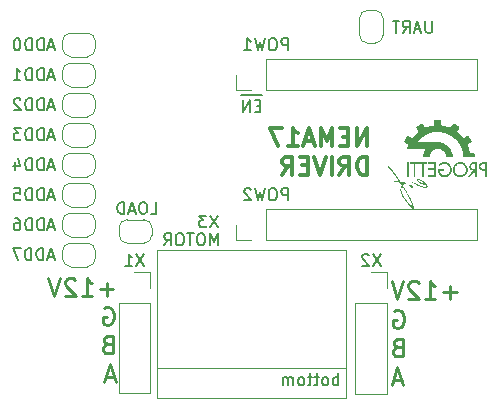
<source format=gbr>
%TF.GenerationSoftware,KiCad,Pcbnew,7.0.1*%
%TF.CreationDate,2024-04-15T22:24:01+02:00*%
%TF.ProjectId,nema17_driver,6e656d61-3137-45f6-9472-697665722e6b,rev?*%
%TF.SameCoordinates,Original*%
%TF.FileFunction,Legend,Bot*%
%TF.FilePolarity,Positive*%
%FSLAX46Y46*%
G04 Gerber Fmt 4.6, Leading zero omitted, Abs format (unit mm)*
G04 Created by KiCad (PCBNEW 7.0.1) date 2024-04-15 22:24:01*
%MOMM*%
%LPD*%
G01*
G04 APERTURE LIST*
%ADD10C,0.150000*%
%ADD11C,0.300000*%
%ADD12C,0.250000*%
%ADD13C,0.120000*%
G04 APERTURE END LIST*
D10*
X153381904Y-100943619D02*
X153381904Y-99943619D01*
X153381904Y-100324571D02*
X153286666Y-100276952D01*
X153286666Y-100276952D02*
X153096190Y-100276952D01*
X153096190Y-100276952D02*
X153000952Y-100324571D01*
X153000952Y-100324571D02*
X152953333Y-100372190D01*
X152953333Y-100372190D02*
X152905714Y-100467428D01*
X152905714Y-100467428D02*
X152905714Y-100753142D01*
X152905714Y-100753142D02*
X152953333Y-100848380D01*
X152953333Y-100848380D02*
X153000952Y-100896000D01*
X153000952Y-100896000D02*
X153096190Y-100943619D01*
X153096190Y-100943619D02*
X153286666Y-100943619D01*
X153286666Y-100943619D02*
X153381904Y-100896000D01*
X152334285Y-100943619D02*
X152429523Y-100896000D01*
X152429523Y-100896000D02*
X152477142Y-100848380D01*
X152477142Y-100848380D02*
X152524761Y-100753142D01*
X152524761Y-100753142D02*
X152524761Y-100467428D01*
X152524761Y-100467428D02*
X152477142Y-100372190D01*
X152477142Y-100372190D02*
X152429523Y-100324571D01*
X152429523Y-100324571D02*
X152334285Y-100276952D01*
X152334285Y-100276952D02*
X152191428Y-100276952D01*
X152191428Y-100276952D02*
X152096190Y-100324571D01*
X152096190Y-100324571D02*
X152048571Y-100372190D01*
X152048571Y-100372190D02*
X152000952Y-100467428D01*
X152000952Y-100467428D02*
X152000952Y-100753142D01*
X152000952Y-100753142D02*
X152048571Y-100848380D01*
X152048571Y-100848380D02*
X152096190Y-100896000D01*
X152096190Y-100896000D02*
X152191428Y-100943619D01*
X152191428Y-100943619D02*
X152334285Y-100943619D01*
X151715237Y-100276952D02*
X151334285Y-100276952D01*
X151572380Y-99943619D02*
X151572380Y-100800761D01*
X151572380Y-100800761D02*
X151524761Y-100896000D01*
X151524761Y-100896000D02*
X151429523Y-100943619D01*
X151429523Y-100943619D02*
X151334285Y-100943619D01*
X151143808Y-100276952D02*
X150762856Y-100276952D01*
X151000951Y-99943619D02*
X151000951Y-100800761D01*
X151000951Y-100800761D02*
X150953332Y-100896000D01*
X150953332Y-100896000D02*
X150858094Y-100943619D01*
X150858094Y-100943619D02*
X150762856Y-100943619D01*
X150286665Y-100943619D02*
X150381903Y-100896000D01*
X150381903Y-100896000D02*
X150429522Y-100848380D01*
X150429522Y-100848380D02*
X150477141Y-100753142D01*
X150477141Y-100753142D02*
X150477141Y-100467428D01*
X150477141Y-100467428D02*
X150429522Y-100372190D01*
X150429522Y-100372190D02*
X150381903Y-100324571D01*
X150381903Y-100324571D02*
X150286665Y-100276952D01*
X150286665Y-100276952D02*
X150143808Y-100276952D01*
X150143808Y-100276952D02*
X150048570Y-100324571D01*
X150048570Y-100324571D02*
X150000951Y-100372190D01*
X150000951Y-100372190D02*
X149953332Y-100467428D01*
X149953332Y-100467428D02*
X149953332Y-100753142D01*
X149953332Y-100753142D02*
X150000951Y-100848380D01*
X150000951Y-100848380D02*
X150048570Y-100896000D01*
X150048570Y-100896000D02*
X150143808Y-100943619D01*
X150143808Y-100943619D02*
X150286665Y-100943619D01*
X149524760Y-100943619D02*
X149524760Y-100276952D01*
X149524760Y-100372190D02*
X149477141Y-100324571D01*
X149477141Y-100324571D02*
X149381903Y-100276952D01*
X149381903Y-100276952D02*
X149239046Y-100276952D01*
X149239046Y-100276952D02*
X149143808Y-100324571D01*
X149143808Y-100324571D02*
X149096189Y-100419809D01*
X149096189Y-100419809D02*
X149096189Y-100943619D01*
X149096189Y-100419809D02*
X149048570Y-100324571D01*
X149048570Y-100324571D02*
X148953332Y-100276952D01*
X148953332Y-100276952D02*
X148810475Y-100276952D01*
X148810475Y-100276952D02*
X148715236Y-100324571D01*
X148715236Y-100324571D02*
X148667617Y-100419809D01*
X148667617Y-100419809D02*
X148667617Y-100943619D01*
D11*
X155802857Y-80672428D02*
X155802857Y-79172428D01*
X155802857Y-79172428D02*
X154945714Y-80672428D01*
X154945714Y-80672428D02*
X154945714Y-79172428D01*
X154231428Y-79886714D02*
X153731428Y-79886714D01*
X153517142Y-80672428D02*
X154231428Y-80672428D01*
X154231428Y-80672428D02*
X154231428Y-79172428D01*
X154231428Y-79172428D02*
X153517142Y-79172428D01*
X152874285Y-80672428D02*
X152874285Y-79172428D01*
X152874285Y-79172428D02*
X152374285Y-80243857D01*
X152374285Y-80243857D02*
X151874285Y-79172428D01*
X151874285Y-79172428D02*
X151874285Y-80672428D01*
X151231427Y-80243857D02*
X150517142Y-80243857D01*
X151374284Y-80672428D02*
X150874284Y-79172428D01*
X150874284Y-79172428D02*
X150374284Y-80672428D01*
X149088570Y-80672428D02*
X149945713Y-80672428D01*
X149517142Y-80672428D02*
X149517142Y-79172428D01*
X149517142Y-79172428D02*
X149659999Y-79386714D01*
X149659999Y-79386714D02*
X149802856Y-79529571D01*
X149802856Y-79529571D02*
X149945713Y-79601000D01*
X148588571Y-79172428D02*
X147588571Y-79172428D01*
X147588571Y-79172428D02*
X148231428Y-80672428D01*
X155802857Y-83102428D02*
X155802857Y-81602428D01*
X155802857Y-81602428D02*
X155445714Y-81602428D01*
X155445714Y-81602428D02*
X155231428Y-81673857D01*
X155231428Y-81673857D02*
X155088571Y-81816714D01*
X155088571Y-81816714D02*
X155017142Y-81959571D01*
X155017142Y-81959571D02*
X154945714Y-82245285D01*
X154945714Y-82245285D02*
X154945714Y-82459571D01*
X154945714Y-82459571D02*
X155017142Y-82745285D01*
X155017142Y-82745285D02*
X155088571Y-82888142D01*
X155088571Y-82888142D02*
X155231428Y-83031000D01*
X155231428Y-83031000D02*
X155445714Y-83102428D01*
X155445714Y-83102428D02*
X155802857Y-83102428D01*
X153445714Y-83102428D02*
X153945714Y-82388142D01*
X154302857Y-83102428D02*
X154302857Y-81602428D01*
X154302857Y-81602428D02*
X153731428Y-81602428D01*
X153731428Y-81602428D02*
X153588571Y-81673857D01*
X153588571Y-81673857D02*
X153517142Y-81745285D01*
X153517142Y-81745285D02*
X153445714Y-81888142D01*
X153445714Y-81888142D02*
X153445714Y-82102428D01*
X153445714Y-82102428D02*
X153517142Y-82245285D01*
X153517142Y-82245285D02*
X153588571Y-82316714D01*
X153588571Y-82316714D02*
X153731428Y-82388142D01*
X153731428Y-82388142D02*
X154302857Y-82388142D01*
X152802857Y-83102428D02*
X152802857Y-81602428D01*
X152302856Y-81602428D02*
X151802856Y-83102428D01*
X151802856Y-83102428D02*
X151302856Y-81602428D01*
X150802857Y-82316714D02*
X150302857Y-82316714D01*
X150088571Y-83102428D02*
X150802857Y-83102428D01*
X150802857Y-83102428D02*
X150802857Y-81602428D01*
X150802857Y-81602428D02*
X150088571Y-81602428D01*
X148588571Y-83102428D02*
X149088571Y-82388142D01*
X149445714Y-83102428D02*
X149445714Y-81602428D01*
X149445714Y-81602428D02*
X148874285Y-81602428D01*
X148874285Y-81602428D02*
X148731428Y-81673857D01*
X148731428Y-81673857D02*
X148659999Y-81745285D01*
X148659999Y-81745285D02*
X148588571Y-81888142D01*
X148588571Y-81888142D02*
X148588571Y-82102428D01*
X148588571Y-82102428D02*
X148659999Y-82245285D01*
X148659999Y-82245285D02*
X148731428Y-82316714D01*
X148731428Y-82316714D02*
X148874285Y-82388142D01*
X148874285Y-82388142D02*
X149445714Y-82388142D01*
D12*
X163377656Y-93071800D02*
X162234799Y-93071800D01*
X162806227Y-93643228D02*
X162806227Y-92500371D01*
X160734798Y-93643228D02*
X161591941Y-93643228D01*
X161163370Y-93643228D02*
X161163370Y-92143228D01*
X161163370Y-92143228D02*
X161306227Y-92357514D01*
X161306227Y-92357514D02*
X161449084Y-92500371D01*
X161449084Y-92500371D02*
X161591941Y-92571800D01*
X160163370Y-92286085D02*
X160091942Y-92214657D01*
X160091942Y-92214657D02*
X159949085Y-92143228D01*
X159949085Y-92143228D02*
X159591942Y-92143228D01*
X159591942Y-92143228D02*
X159449085Y-92214657D01*
X159449085Y-92214657D02*
X159377656Y-92286085D01*
X159377656Y-92286085D02*
X159306227Y-92428942D01*
X159306227Y-92428942D02*
X159306227Y-92571800D01*
X159306227Y-92571800D02*
X159377656Y-92786085D01*
X159377656Y-92786085D02*
X160234799Y-93643228D01*
X160234799Y-93643228D02*
X159306227Y-93643228D01*
X158877656Y-92143228D02*
X158377656Y-93643228D01*
X158377656Y-93643228D02*
X157877656Y-92143228D01*
X158091942Y-94644657D02*
X158234800Y-94573228D01*
X158234800Y-94573228D02*
X158449085Y-94573228D01*
X158449085Y-94573228D02*
X158663371Y-94644657D01*
X158663371Y-94644657D02*
X158806228Y-94787514D01*
X158806228Y-94787514D02*
X158877657Y-94930371D01*
X158877657Y-94930371D02*
X158949085Y-95216085D01*
X158949085Y-95216085D02*
X158949085Y-95430371D01*
X158949085Y-95430371D02*
X158877657Y-95716085D01*
X158877657Y-95716085D02*
X158806228Y-95858942D01*
X158806228Y-95858942D02*
X158663371Y-96001800D01*
X158663371Y-96001800D02*
X158449085Y-96073228D01*
X158449085Y-96073228D02*
X158306228Y-96073228D01*
X158306228Y-96073228D02*
X158091942Y-96001800D01*
X158091942Y-96001800D02*
X158020514Y-95930371D01*
X158020514Y-95930371D02*
X158020514Y-95430371D01*
X158020514Y-95430371D02*
X158306228Y-95430371D01*
X158377657Y-97717514D02*
X158163371Y-97788942D01*
X158163371Y-97788942D02*
X158091942Y-97860371D01*
X158091942Y-97860371D02*
X158020514Y-98003228D01*
X158020514Y-98003228D02*
X158020514Y-98217514D01*
X158020514Y-98217514D02*
X158091942Y-98360371D01*
X158091942Y-98360371D02*
X158163371Y-98431800D01*
X158163371Y-98431800D02*
X158306228Y-98503228D01*
X158306228Y-98503228D02*
X158877657Y-98503228D01*
X158877657Y-98503228D02*
X158877657Y-97003228D01*
X158877657Y-97003228D02*
X158377657Y-97003228D01*
X158377657Y-97003228D02*
X158234800Y-97074657D01*
X158234800Y-97074657D02*
X158163371Y-97146085D01*
X158163371Y-97146085D02*
X158091942Y-97288942D01*
X158091942Y-97288942D02*
X158091942Y-97431800D01*
X158091942Y-97431800D02*
X158163371Y-97574657D01*
X158163371Y-97574657D02*
X158234800Y-97646085D01*
X158234800Y-97646085D02*
X158377657Y-97717514D01*
X158377657Y-97717514D02*
X158877657Y-97717514D01*
X158734799Y-100504657D02*
X158020514Y-100504657D01*
X158877656Y-100933228D02*
X158377656Y-99433228D01*
X158377656Y-99433228D02*
X157877656Y-100933228D01*
X134314457Y-92817800D02*
X133171600Y-92817800D01*
X133743028Y-93389228D02*
X133743028Y-92246371D01*
X131671599Y-93389228D02*
X132528742Y-93389228D01*
X132100171Y-93389228D02*
X132100171Y-91889228D01*
X132100171Y-91889228D02*
X132243028Y-92103514D01*
X132243028Y-92103514D02*
X132385885Y-92246371D01*
X132385885Y-92246371D02*
X132528742Y-92317800D01*
X131100171Y-92032085D02*
X131028743Y-91960657D01*
X131028743Y-91960657D02*
X130885886Y-91889228D01*
X130885886Y-91889228D02*
X130528743Y-91889228D01*
X130528743Y-91889228D02*
X130385886Y-91960657D01*
X130385886Y-91960657D02*
X130314457Y-92032085D01*
X130314457Y-92032085D02*
X130243028Y-92174942D01*
X130243028Y-92174942D02*
X130243028Y-92317800D01*
X130243028Y-92317800D02*
X130314457Y-92532085D01*
X130314457Y-92532085D02*
X131171600Y-93389228D01*
X131171600Y-93389228D02*
X130243028Y-93389228D01*
X129814457Y-91889228D02*
X129314457Y-93389228D01*
X129314457Y-93389228D02*
X128814457Y-91889228D01*
X133528742Y-94390657D02*
X133671600Y-94319228D01*
X133671600Y-94319228D02*
X133885885Y-94319228D01*
X133885885Y-94319228D02*
X134100171Y-94390657D01*
X134100171Y-94390657D02*
X134243028Y-94533514D01*
X134243028Y-94533514D02*
X134314457Y-94676371D01*
X134314457Y-94676371D02*
X134385885Y-94962085D01*
X134385885Y-94962085D02*
X134385885Y-95176371D01*
X134385885Y-95176371D02*
X134314457Y-95462085D01*
X134314457Y-95462085D02*
X134243028Y-95604942D01*
X134243028Y-95604942D02*
X134100171Y-95747800D01*
X134100171Y-95747800D02*
X133885885Y-95819228D01*
X133885885Y-95819228D02*
X133743028Y-95819228D01*
X133743028Y-95819228D02*
X133528742Y-95747800D01*
X133528742Y-95747800D02*
X133457314Y-95676371D01*
X133457314Y-95676371D02*
X133457314Y-95176371D01*
X133457314Y-95176371D02*
X133743028Y-95176371D01*
X133814457Y-97463514D02*
X133600171Y-97534942D01*
X133600171Y-97534942D02*
X133528742Y-97606371D01*
X133528742Y-97606371D02*
X133457314Y-97749228D01*
X133457314Y-97749228D02*
X133457314Y-97963514D01*
X133457314Y-97963514D02*
X133528742Y-98106371D01*
X133528742Y-98106371D02*
X133600171Y-98177800D01*
X133600171Y-98177800D02*
X133743028Y-98249228D01*
X133743028Y-98249228D02*
X134314457Y-98249228D01*
X134314457Y-98249228D02*
X134314457Y-96749228D01*
X134314457Y-96749228D02*
X133814457Y-96749228D01*
X133814457Y-96749228D02*
X133671600Y-96820657D01*
X133671600Y-96820657D02*
X133600171Y-96892085D01*
X133600171Y-96892085D02*
X133528742Y-97034942D01*
X133528742Y-97034942D02*
X133528742Y-97177800D01*
X133528742Y-97177800D02*
X133600171Y-97320657D01*
X133600171Y-97320657D02*
X133671600Y-97392085D01*
X133671600Y-97392085D02*
X133814457Y-97463514D01*
X133814457Y-97463514D02*
X134314457Y-97463514D01*
X134385885Y-100250657D02*
X133671600Y-100250657D01*
X134528742Y-100679228D02*
X134028742Y-99179228D01*
X134028742Y-99179228D02*
X133528742Y-100679228D01*
D10*
X146777904Y-77305809D02*
X146444571Y-77305809D01*
X146301714Y-77829619D02*
X146777904Y-77829619D01*
X146777904Y-77829619D02*
X146777904Y-76829619D01*
X146777904Y-76829619D02*
X146301714Y-76829619D01*
X145873142Y-77829619D02*
X145873142Y-76829619D01*
X145873142Y-76829619D02*
X145301714Y-77829619D01*
X145301714Y-77829619D02*
X145301714Y-76829619D01*
X146916000Y-76382000D02*
X145163619Y-76382000D01*
%TO.C,X2*%
X156944523Y-89826619D02*
X156277857Y-90826619D01*
X156277857Y-89826619D02*
X156944523Y-90826619D01*
X155944523Y-89921857D02*
X155896904Y-89874238D01*
X155896904Y-89874238D02*
X155801666Y-89826619D01*
X155801666Y-89826619D02*
X155563571Y-89826619D01*
X155563571Y-89826619D02*
X155468333Y-89874238D01*
X155468333Y-89874238D02*
X155420714Y-89921857D01*
X155420714Y-89921857D02*
X155373095Y-90017095D01*
X155373095Y-90017095D02*
X155373095Y-90112333D01*
X155373095Y-90112333D02*
X155420714Y-90255190D01*
X155420714Y-90255190D02*
X155992142Y-90826619D01*
X155992142Y-90826619D02*
X155373095Y-90826619D01*
%TO.C,X1*%
X136903523Y-89816619D02*
X136236857Y-90816619D01*
X136236857Y-89816619D02*
X136903523Y-90816619D01*
X135332095Y-90816619D02*
X135903523Y-90816619D01*
X135617809Y-90816619D02*
X135617809Y-89816619D01*
X135617809Y-89816619D02*
X135713047Y-89959476D01*
X135713047Y-89959476D02*
X135808285Y-90054714D01*
X135808285Y-90054714D02*
X135903523Y-90102333D01*
%TO.C,JP7*%
X129314285Y-79906904D02*
X128838095Y-79906904D01*
X129409523Y-80192619D02*
X129076190Y-79192619D01*
X129076190Y-79192619D02*
X128742857Y-80192619D01*
X128409523Y-80192619D02*
X128409523Y-79192619D01*
X128409523Y-79192619D02*
X128171428Y-79192619D01*
X128171428Y-79192619D02*
X128028571Y-79240238D01*
X128028571Y-79240238D02*
X127933333Y-79335476D01*
X127933333Y-79335476D02*
X127885714Y-79430714D01*
X127885714Y-79430714D02*
X127838095Y-79621190D01*
X127838095Y-79621190D02*
X127838095Y-79764047D01*
X127838095Y-79764047D02*
X127885714Y-79954523D01*
X127885714Y-79954523D02*
X127933333Y-80049761D01*
X127933333Y-80049761D02*
X128028571Y-80145000D01*
X128028571Y-80145000D02*
X128171428Y-80192619D01*
X128171428Y-80192619D02*
X128409523Y-80192619D01*
X127409523Y-80192619D02*
X127409523Y-79192619D01*
X127409523Y-79192619D02*
X127171428Y-79192619D01*
X127171428Y-79192619D02*
X127028571Y-79240238D01*
X127028571Y-79240238D02*
X126933333Y-79335476D01*
X126933333Y-79335476D02*
X126885714Y-79430714D01*
X126885714Y-79430714D02*
X126838095Y-79621190D01*
X126838095Y-79621190D02*
X126838095Y-79764047D01*
X126838095Y-79764047D02*
X126885714Y-79954523D01*
X126885714Y-79954523D02*
X126933333Y-80049761D01*
X126933333Y-80049761D02*
X127028571Y-80145000D01*
X127028571Y-80145000D02*
X127171428Y-80192619D01*
X127171428Y-80192619D02*
X127409523Y-80192619D01*
X126504761Y-79192619D02*
X125885714Y-79192619D01*
X125885714Y-79192619D02*
X126219047Y-79573571D01*
X126219047Y-79573571D02*
X126076190Y-79573571D01*
X126076190Y-79573571D02*
X125980952Y-79621190D01*
X125980952Y-79621190D02*
X125933333Y-79668809D01*
X125933333Y-79668809D02*
X125885714Y-79764047D01*
X125885714Y-79764047D02*
X125885714Y-80002142D01*
X125885714Y-80002142D02*
X125933333Y-80097380D01*
X125933333Y-80097380D02*
X125980952Y-80145000D01*
X125980952Y-80145000D02*
X126076190Y-80192619D01*
X126076190Y-80192619D02*
X126361904Y-80192619D01*
X126361904Y-80192619D02*
X126457142Y-80145000D01*
X126457142Y-80145000D02*
X126504761Y-80097380D01*
%TO.C,POW1*%
X149103332Y-72572619D02*
X149103332Y-71572619D01*
X149103332Y-71572619D02*
X148722380Y-71572619D01*
X148722380Y-71572619D02*
X148627142Y-71620238D01*
X148627142Y-71620238D02*
X148579523Y-71667857D01*
X148579523Y-71667857D02*
X148531904Y-71763095D01*
X148531904Y-71763095D02*
X148531904Y-71905952D01*
X148531904Y-71905952D02*
X148579523Y-72001190D01*
X148579523Y-72001190D02*
X148627142Y-72048809D01*
X148627142Y-72048809D02*
X148722380Y-72096428D01*
X148722380Y-72096428D02*
X149103332Y-72096428D01*
X147912856Y-71572619D02*
X147722380Y-71572619D01*
X147722380Y-71572619D02*
X147627142Y-71620238D01*
X147627142Y-71620238D02*
X147531904Y-71715476D01*
X147531904Y-71715476D02*
X147484285Y-71905952D01*
X147484285Y-71905952D02*
X147484285Y-72239285D01*
X147484285Y-72239285D02*
X147531904Y-72429761D01*
X147531904Y-72429761D02*
X147627142Y-72525000D01*
X147627142Y-72525000D02*
X147722380Y-72572619D01*
X147722380Y-72572619D02*
X147912856Y-72572619D01*
X147912856Y-72572619D02*
X148008094Y-72525000D01*
X148008094Y-72525000D02*
X148103332Y-72429761D01*
X148103332Y-72429761D02*
X148150951Y-72239285D01*
X148150951Y-72239285D02*
X148150951Y-71905952D01*
X148150951Y-71905952D02*
X148103332Y-71715476D01*
X148103332Y-71715476D02*
X148008094Y-71620238D01*
X148008094Y-71620238D02*
X147912856Y-71572619D01*
X147150951Y-71572619D02*
X146912856Y-72572619D01*
X146912856Y-72572619D02*
X146722380Y-71858333D01*
X146722380Y-71858333D02*
X146531904Y-72572619D01*
X146531904Y-72572619D02*
X146293809Y-71572619D01*
X145389047Y-72572619D02*
X145960475Y-72572619D01*
X145674761Y-72572619D02*
X145674761Y-71572619D01*
X145674761Y-71572619D02*
X145769999Y-71715476D01*
X145769999Y-71715476D02*
X145865237Y-71810714D01*
X145865237Y-71810714D02*
X145960475Y-71858333D01*
%TO.C,JP5*%
X129314285Y-84986904D02*
X128838095Y-84986904D01*
X129409523Y-85272619D02*
X129076190Y-84272619D01*
X129076190Y-84272619D02*
X128742857Y-85272619D01*
X128409523Y-85272619D02*
X128409523Y-84272619D01*
X128409523Y-84272619D02*
X128171428Y-84272619D01*
X128171428Y-84272619D02*
X128028571Y-84320238D01*
X128028571Y-84320238D02*
X127933333Y-84415476D01*
X127933333Y-84415476D02*
X127885714Y-84510714D01*
X127885714Y-84510714D02*
X127838095Y-84701190D01*
X127838095Y-84701190D02*
X127838095Y-84844047D01*
X127838095Y-84844047D02*
X127885714Y-85034523D01*
X127885714Y-85034523D02*
X127933333Y-85129761D01*
X127933333Y-85129761D02*
X128028571Y-85225000D01*
X128028571Y-85225000D02*
X128171428Y-85272619D01*
X128171428Y-85272619D02*
X128409523Y-85272619D01*
X127409523Y-85272619D02*
X127409523Y-84272619D01*
X127409523Y-84272619D02*
X127171428Y-84272619D01*
X127171428Y-84272619D02*
X127028571Y-84320238D01*
X127028571Y-84320238D02*
X126933333Y-84415476D01*
X126933333Y-84415476D02*
X126885714Y-84510714D01*
X126885714Y-84510714D02*
X126838095Y-84701190D01*
X126838095Y-84701190D02*
X126838095Y-84844047D01*
X126838095Y-84844047D02*
X126885714Y-85034523D01*
X126885714Y-85034523D02*
X126933333Y-85129761D01*
X126933333Y-85129761D02*
X127028571Y-85225000D01*
X127028571Y-85225000D02*
X127171428Y-85272619D01*
X127171428Y-85272619D02*
X127409523Y-85272619D01*
X125933333Y-84272619D02*
X126409523Y-84272619D01*
X126409523Y-84272619D02*
X126457142Y-84748809D01*
X126457142Y-84748809D02*
X126409523Y-84701190D01*
X126409523Y-84701190D02*
X126314285Y-84653571D01*
X126314285Y-84653571D02*
X126076190Y-84653571D01*
X126076190Y-84653571D02*
X125980952Y-84701190D01*
X125980952Y-84701190D02*
X125933333Y-84748809D01*
X125933333Y-84748809D02*
X125885714Y-84844047D01*
X125885714Y-84844047D02*
X125885714Y-85082142D01*
X125885714Y-85082142D02*
X125933333Y-85177380D01*
X125933333Y-85177380D02*
X125980952Y-85225000D01*
X125980952Y-85225000D02*
X126076190Y-85272619D01*
X126076190Y-85272619D02*
X126314285Y-85272619D01*
X126314285Y-85272619D02*
X126409523Y-85225000D01*
X126409523Y-85225000D02*
X126457142Y-85177380D01*
%TO.C,JP2*%
X161311237Y-70092572D02*
X161311237Y-70902095D01*
X161311237Y-70902095D02*
X161263618Y-70997333D01*
X161263618Y-70997333D02*
X161215999Y-71044953D01*
X161215999Y-71044953D02*
X161120761Y-71092572D01*
X161120761Y-71092572D02*
X160930285Y-71092572D01*
X160930285Y-71092572D02*
X160835047Y-71044953D01*
X160835047Y-71044953D02*
X160787428Y-70997333D01*
X160787428Y-70997333D02*
X160739809Y-70902095D01*
X160739809Y-70902095D02*
X160739809Y-70092572D01*
X160311237Y-70806857D02*
X159835047Y-70806857D01*
X160406475Y-71092572D02*
X160073142Y-70092572D01*
X160073142Y-70092572D02*
X159739809Y-71092572D01*
X158835047Y-71092572D02*
X159168380Y-70616381D01*
X159406475Y-71092572D02*
X159406475Y-70092572D01*
X159406475Y-70092572D02*
X159025523Y-70092572D01*
X159025523Y-70092572D02*
X158930285Y-70140191D01*
X158930285Y-70140191D02*
X158882666Y-70187810D01*
X158882666Y-70187810D02*
X158835047Y-70283048D01*
X158835047Y-70283048D02*
X158835047Y-70425905D01*
X158835047Y-70425905D02*
X158882666Y-70521143D01*
X158882666Y-70521143D02*
X158930285Y-70568762D01*
X158930285Y-70568762D02*
X159025523Y-70616381D01*
X159025523Y-70616381D02*
X159406475Y-70616381D01*
X158549332Y-70092572D02*
X157977904Y-70092572D01*
X158263618Y-71092572D02*
X158263618Y-70092572D01*
%TO.C,JP1*%
X137470318Y-86437456D02*
X137946508Y-86437456D01*
X137946508Y-86437456D02*
X137946508Y-85437456D01*
X136946508Y-85437456D02*
X136756032Y-85437456D01*
X136756032Y-85437456D02*
X136660794Y-85485075D01*
X136660794Y-85485075D02*
X136565556Y-85580313D01*
X136565556Y-85580313D02*
X136517937Y-85770789D01*
X136517937Y-85770789D02*
X136517937Y-86104122D01*
X136517937Y-86104122D02*
X136565556Y-86294598D01*
X136565556Y-86294598D02*
X136660794Y-86389837D01*
X136660794Y-86389837D02*
X136756032Y-86437456D01*
X136756032Y-86437456D02*
X136946508Y-86437456D01*
X136946508Y-86437456D02*
X137041746Y-86389837D01*
X137041746Y-86389837D02*
X137136984Y-86294598D01*
X137136984Y-86294598D02*
X137184603Y-86104122D01*
X137184603Y-86104122D02*
X137184603Y-85770789D01*
X137184603Y-85770789D02*
X137136984Y-85580313D01*
X137136984Y-85580313D02*
X137041746Y-85485075D01*
X137041746Y-85485075D02*
X136946508Y-85437456D01*
X136136984Y-86151741D02*
X135660794Y-86151741D01*
X136232222Y-86437456D02*
X135898889Y-85437456D01*
X135898889Y-85437456D02*
X135565556Y-86437456D01*
X135232222Y-86437456D02*
X135232222Y-85437456D01*
X135232222Y-85437456D02*
X134994127Y-85437456D01*
X134994127Y-85437456D02*
X134851270Y-85485075D01*
X134851270Y-85485075D02*
X134756032Y-85580313D01*
X134756032Y-85580313D02*
X134708413Y-85675551D01*
X134708413Y-85675551D02*
X134660794Y-85866027D01*
X134660794Y-85866027D02*
X134660794Y-86008884D01*
X134660794Y-86008884D02*
X134708413Y-86199360D01*
X134708413Y-86199360D02*
X134756032Y-86294598D01*
X134756032Y-86294598D02*
X134851270Y-86389837D01*
X134851270Y-86389837D02*
X134994127Y-86437456D01*
X134994127Y-86437456D02*
X135232222Y-86437456D01*
%TO.C,JP6*%
X129314285Y-82446904D02*
X128838095Y-82446904D01*
X129409523Y-82732619D02*
X129076190Y-81732619D01*
X129076190Y-81732619D02*
X128742857Y-82732619D01*
X128409523Y-82732619D02*
X128409523Y-81732619D01*
X128409523Y-81732619D02*
X128171428Y-81732619D01*
X128171428Y-81732619D02*
X128028571Y-81780238D01*
X128028571Y-81780238D02*
X127933333Y-81875476D01*
X127933333Y-81875476D02*
X127885714Y-81970714D01*
X127885714Y-81970714D02*
X127838095Y-82161190D01*
X127838095Y-82161190D02*
X127838095Y-82304047D01*
X127838095Y-82304047D02*
X127885714Y-82494523D01*
X127885714Y-82494523D02*
X127933333Y-82589761D01*
X127933333Y-82589761D02*
X128028571Y-82685000D01*
X128028571Y-82685000D02*
X128171428Y-82732619D01*
X128171428Y-82732619D02*
X128409523Y-82732619D01*
X127409523Y-82732619D02*
X127409523Y-81732619D01*
X127409523Y-81732619D02*
X127171428Y-81732619D01*
X127171428Y-81732619D02*
X127028571Y-81780238D01*
X127028571Y-81780238D02*
X126933333Y-81875476D01*
X126933333Y-81875476D02*
X126885714Y-81970714D01*
X126885714Y-81970714D02*
X126838095Y-82161190D01*
X126838095Y-82161190D02*
X126838095Y-82304047D01*
X126838095Y-82304047D02*
X126885714Y-82494523D01*
X126885714Y-82494523D02*
X126933333Y-82589761D01*
X126933333Y-82589761D02*
X127028571Y-82685000D01*
X127028571Y-82685000D02*
X127171428Y-82732619D01*
X127171428Y-82732619D02*
X127409523Y-82732619D01*
X125980952Y-82065952D02*
X125980952Y-82732619D01*
X126219047Y-81685000D02*
X126457142Y-82399285D01*
X126457142Y-82399285D02*
X125838095Y-82399285D01*
%TO.C,JP3*%
X129284285Y-90066904D02*
X128808095Y-90066904D01*
X129379523Y-90352619D02*
X129046190Y-89352619D01*
X129046190Y-89352619D02*
X128712857Y-90352619D01*
X128379523Y-90352619D02*
X128379523Y-89352619D01*
X128379523Y-89352619D02*
X128141428Y-89352619D01*
X128141428Y-89352619D02*
X127998571Y-89400238D01*
X127998571Y-89400238D02*
X127903333Y-89495476D01*
X127903333Y-89495476D02*
X127855714Y-89590714D01*
X127855714Y-89590714D02*
X127808095Y-89781190D01*
X127808095Y-89781190D02*
X127808095Y-89924047D01*
X127808095Y-89924047D02*
X127855714Y-90114523D01*
X127855714Y-90114523D02*
X127903333Y-90209761D01*
X127903333Y-90209761D02*
X127998571Y-90305000D01*
X127998571Y-90305000D02*
X128141428Y-90352619D01*
X128141428Y-90352619D02*
X128379523Y-90352619D01*
X127379523Y-90352619D02*
X127379523Y-89352619D01*
X127379523Y-89352619D02*
X127141428Y-89352619D01*
X127141428Y-89352619D02*
X126998571Y-89400238D01*
X126998571Y-89400238D02*
X126903333Y-89495476D01*
X126903333Y-89495476D02*
X126855714Y-89590714D01*
X126855714Y-89590714D02*
X126808095Y-89781190D01*
X126808095Y-89781190D02*
X126808095Y-89924047D01*
X126808095Y-89924047D02*
X126855714Y-90114523D01*
X126855714Y-90114523D02*
X126903333Y-90209761D01*
X126903333Y-90209761D02*
X126998571Y-90305000D01*
X126998571Y-90305000D02*
X127141428Y-90352619D01*
X127141428Y-90352619D02*
X127379523Y-90352619D01*
X126474761Y-89352619D02*
X125808095Y-89352619D01*
X125808095Y-89352619D02*
X126236666Y-90352619D01*
%TO.C,POW2*%
X149103332Y-85272619D02*
X149103332Y-84272619D01*
X149103332Y-84272619D02*
X148722380Y-84272619D01*
X148722380Y-84272619D02*
X148627142Y-84320238D01*
X148627142Y-84320238D02*
X148579523Y-84367857D01*
X148579523Y-84367857D02*
X148531904Y-84463095D01*
X148531904Y-84463095D02*
X148531904Y-84605952D01*
X148531904Y-84605952D02*
X148579523Y-84701190D01*
X148579523Y-84701190D02*
X148627142Y-84748809D01*
X148627142Y-84748809D02*
X148722380Y-84796428D01*
X148722380Y-84796428D02*
X149103332Y-84796428D01*
X147912856Y-84272619D02*
X147722380Y-84272619D01*
X147722380Y-84272619D02*
X147627142Y-84320238D01*
X147627142Y-84320238D02*
X147531904Y-84415476D01*
X147531904Y-84415476D02*
X147484285Y-84605952D01*
X147484285Y-84605952D02*
X147484285Y-84939285D01*
X147484285Y-84939285D02*
X147531904Y-85129761D01*
X147531904Y-85129761D02*
X147627142Y-85225000D01*
X147627142Y-85225000D02*
X147722380Y-85272619D01*
X147722380Y-85272619D02*
X147912856Y-85272619D01*
X147912856Y-85272619D02*
X148008094Y-85225000D01*
X148008094Y-85225000D02*
X148103332Y-85129761D01*
X148103332Y-85129761D02*
X148150951Y-84939285D01*
X148150951Y-84939285D02*
X148150951Y-84605952D01*
X148150951Y-84605952D02*
X148103332Y-84415476D01*
X148103332Y-84415476D02*
X148008094Y-84320238D01*
X148008094Y-84320238D02*
X147912856Y-84272619D01*
X147150951Y-84272619D02*
X146912856Y-85272619D01*
X146912856Y-85272619D02*
X146722380Y-84558333D01*
X146722380Y-84558333D02*
X146531904Y-85272619D01*
X146531904Y-85272619D02*
X146293809Y-84272619D01*
X145960475Y-84367857D02*
X145912856Y-84320238D01*
X145912856Y-84320238D02*
X145817618Y-84272619D01*
X145817618Y-84272619D02*
X145579523Y-84272619D01*
X145579523Y-84272619D02*
X145484285Y-84320238D01*
X145484285Y-84320238D02*
X145436666Y-84367857D01*
X145436666Y-84367857D02*
X145389047Y-84463095D01*
X145389047Y-84463095D02*
X145389047Y-84558333D01*
X145389047Y-84558333D02*
X145436666Y-84701190D01*
X145436666Y-84701190D02*
X146008094Y-85272619D01*
X146008094Y-85272619D02*
X145389047Y-85272619D01*
%TO.C,JP10*%
X129314285Y-72286904D02*
X128838095Y-72286904D01*
X129409523Y-72572619D02*
X129076190Y-71572619D01*
X129076190Y-71572619D02*
X128742857Y-72572619D01*
X128409523Y-72572619D02*
X128409523Y-71572619D01*
X128409523Y-71572619D02*
X128171428Y-71572619D01*
X128171428Y-71572619D02*
X128028571Y-71620238D01*
X128028571Y-71620238D02*
X127933333Y-71715476D01*
X127933333Y-71715476D02*
X127885714Y-71810714D01*
X127885714Y-71810714D02*
X127838095Y-72001190D01*
X127838095Y-72001190D02*
X127838095Y-72144047D01*
X127838095Y-72144047D02*
X127885714Y-72334523D01*
X127885714Y-72334523D02*
X127933333Y-72429761D01*
X127933333Y-72429761D02*
X128028571Y-72525000D01*
X128028571Y-72525000D02*
X128171428Y-72572619D01*
X128171428Y-72572619D02*
X128409523Y-72572619D01*
X127409523Y-72572619D02*
X127409523Y-71572619D01*
X127409523Y-71572619D02*
X127171428Y-71572619D01*
X127171428Y-71572619D02*
X127028571Y-71620238D01*
X127028571Y-71620238D02*
X126933333Y-71715476D01*
X126933333Y-71715476D02*
X126885714Y-71810714D01*
X126885714Y-71810714D02*
X126838095Y-72001190D01*
X126838095Y-72001190D02*
X126838095Y-72144047D01*
X126838095Y-72144047D02*
X126885714Y-72334523D01*
X126885714Y-72334523D02*
X126933333Y-72429761D01*
X126933333Y-72429761D02*
X127028571Y-72525000D01*
X127028571Y-72525000D02*
X127171428Y-72572619D01*
X127171428Y-72572619D02*
X127409523Y-72572619D01*
X126219047Y-71572619D02*
X126123809Y-71572619D01*
X126123809Y-71572619D02*
X126028571Y-71620238D01*
X126028571Y-71620238D02*
X125980952Y-71667857D01*
X125980952Y-71667857D02*
X125933333Y-71763095D01*
X125933333Y-71763095D02*
X125885714Y-71953571D01*
X125885714Y-71953571D02*
X125885714Y-72191666D01*
X125885714Y-72191666D02*
X125933333Y-72382142D01*
X125933333Y-72382142D02*
X125980952Y-72477380D01*
X125980952Y-72477380D02*
X126028571Y-72525000D01*
X126028571Y-72525000D02*
X126123809Y-72572619D01*
X126123809Y-72572619D02*
X126219047Y-72572619D01*
X126219047Y-72572619D02*
X126314285Y-72525000D01*
X126314285Y-72525000D02*
X126361904Y-72477380D01*
X126361904Y-72477380D02*
X126409523Y-72382142D01*
X126409523Y-72382142D02*
X126457142Y-72191666D01*
X126457142Y-72191666D02*
X126457142Y-71953571D01*
X126457142Y-71953571D02*
X126409523Y-71763095D01*
X126409523Y-71763095D02*
X126361904Y-71667857D01*
X126361904Y-71667857D02*
X126314285Y-71620238D01*
X126314285Y-71620238D02*
X126219047Y-71572619D01*
%TO.C,JP8*%
X129314285Y-77366904D02*
X128838095Y-77366904D01*
X129409523Y-77652619D02*
X129076190Y-76652619D01*
X129076190Y-76652619D02*
X128742857Y-77652619D01*
X128409523Y-77652619D02*
X128409523Y-76652619D01*
X128409523Y-76652619D02*
X128171428Y-76652619D01*
X128171428Y-76652619D02*
X128028571Y-76700238D01*
X128028571Y-76700238D02*
X127933333Y-76795476D01*
X127933333Y-76795476D02*
X127885714Y-76890714D01*
X127885714Y-76890714D02*
X127838095Y-77081190D01*
X127838095Y-77081190D02*
X127838095Y-77224047D01*
X127838095Y-77224047D02*
X127885714Y-77414523D01*
X127885714Y-77414523D02*
X127933333Y-77509761D01*
X127933333Y-77509761D02*
X128028571Y-77605000D01*
X128028571Y-77605000D02*
X128171428Y-77652619D01*
X128171428Y-77652619D02*
X128409523Y-77652619D01*
X127409523Y-77652619D02*
X127409523Y-76652619D01*
X127409523Y-76652619D02*
X127171428Y-76652619D01*
X127171428Y-76652619D02*
X127028571Y-76700238D01*
X127028571Y-76700238D02*
X126933333Y-76795476D01*
X126933333Y-76795476D02*
X126885714Y-76890714D01*
X126885714Y-76890714D02*
X126838095Y-77081190D01*
X126838095Y-77081190D02*
X126838095Y-77224047D01*
X126838095Y-77224047D02*
X126885714Y-77414523D01*
X126885714Y-77414523D02*
X126933333Y-77509761D01*
X126933333Y-77509761D02*
X127028571Y-77605000D01*
X127028571Y-77605000D02*
X127171428Y-77652619D01*
X127171428Y-77652619D02*
X127409523Y-77652619D01*
X126457142Y-76747857D02*
X126409523Y-76700238D01*
X126409523Y-76700238D02*
X126314285Y-76652619D01*
X126314285Y-76652619D02*
X126076190Y-76652619D01*
X126076190Y-76652619D02*
X125980952Y-76700238D01*
X125980952Y-76700238D02*
X125933333Y-76747857D01*
X125933333Y-76747857D02*
X125885714Y-76843095D01*
X125885714Y-76843095D02*
X125885714Y-76938333D01*
X125885714Y-76938333D02*
X125933333Y-77081190D01*
X125933333Y-77081190D02*
X126504761Y-77652619D01*
X126504761Y-77652619D02*
X125885714Y-77652619D01*
%TO.C,JP9*%
X129314285Y-74826904D02*
X128838095Y-74826904D01*
X129409523Y-75112619D02*
X129076190Y-74112619D01*
X129076190Y-74112619D02*
X128742857Y-75112619D01*
X128409523Y-75112619D02*
X128409523Y-74112619D01*
X128409523Y-74112619D02*
X128171428Y-74112619D01*
X128171428Y-74112619D02*
X128028571Y-74160238D01*
X128028571Y-74160238D02*
X127933333Y-74255476D01*
X127933333Y-74255476D02*
X127885714Y-74350714D01*
X127885714Y-74350714D02*
X127838095Y-74541190D01*
X127838095Y-74541190D02*
X127838095Y-74684047D01*
X127838095Y-74684047D02*
X127885714Y-74874523D01*
X127885714Y-74874523D02*
X127933333Y-74969761D01*
X127933333Y-74969761D02*
X128028571Y-75065000D01*
X128028571Y-75065000D02*
X128171428Y-75112619D01*
X128171428Y-75112619D02*
X128409523Y-75112619D01*
X127409523Y-75112619D02*
X127409523Y-74112619D01*
X127409523Y-74112619D02*
X127171428Y-74112619D01*
X127171428Y-74112619D02*
X127028571Y-74160238D01*
X127028571Y-74160238D02*
X126933333Y-74255476D01*
X126933333Y-74255476D02*
X126885714Y-74350714D01*
X126885714Y-74350714D02*
X126838095Y-74541190D01*
X126838095Y-74541190D02*
X126838095Y-74684047D01*
X126838095Y-74684047D02*
X126885714Y-74874523D01*
X126885714Y-74874523D02*
X126933333Y-74969761D01*
X126933333Y-74969761D02*
X127028571Y-75065000D01*
X127028571Y-75065000D02*
X127171428Y-75112619D01*
X127171428Y-75112619D02*
X127409523Y-75112619D01*
X125885714Y-75112619D02*
X126457142Y-75112619D01*
X126171428Y-75112619D02*
X126171428Y-74112619D01*
X126171428Y-74112619D02*
X126266666Y-74255476D01*
X126266666Y-74255476D02*
X126361904Y-74350714D01*
X126361904Y-74350714D02*
X126457142Y-74398333D01*
%TO.C,JP4*%
X129314285Y-87526904D02*
X128838095Y-87526904D01*
X129409523Y-87812619D02*
X129076190Y-86812619D01*
X129076190Y-86812619D02*
X128742857Y-87812619D01*
X128409523Y-87812619D02*
X128409523Y-86812619D01*
X128409523Y-86812619D02*
X128171428Y-86812619D01*
X128171428Y-86812619D02*
X128028571Y-86860238D01*
X128028571Y-86860238D02*
X127933333Y-86955476D01*
X127933333Y-86955476D02*
X127885714Y-87050714D01*
X127885714Y-87050714D02*
X127838095Y-87241190D01*
X127838095Y-87241190D02*
X127838095Y-87384047D01*
X127838095Y-87384047D02*
X127885714Y-87574523D01*
X127885714Y-87574523D02*
X127933333Y-87669761D01*
X127933333Y-87669761D02*
X128028571Y-87765000D01*
X128028571Y-87765000D02*
X128171428Y-87812619D01*
X128171428Y-87812619D02*
X128409523Y-87812619D01*
X127409523Y-87812619D02*
X127409523Y-86812619D01*
X127409523Y-86812619D02*
X127171428Y-86812619D01*
X127171428Y-86812619D02*
X127028571Y-86860238D01*
X127028571Y-86860238D02*
X126933333Y-86955476D01*
X126933333Y-86955476D02*
X126885714Y-87050714D01*
X126885714Y-87050714D02*
X126838095Y-87241190D01*
X126838095Y-87241190D02*
X126838095Y-87384047D01*
X126838095Y-87384047D02*
X126885714Y-87574523D01*
X126885714Y-87574523D02*
X126933333Y-87669761D01*
X126933333Y-87669761D02*
X127028571Y-87765000D01*
X127028571Y-87765000D02*
X127171428Y-87812619D01*
X127171428Y-87812619D02*
X127409523Y-87812619D01*
X125980952Y-86812619D02*
X126171428Y-86812619D01*
X126171428Y-86812619D02*
X126266666Y-86860238D01*
X126266666Y-86860238D02*
X126314285Y-86907857D01*
X126314285Y-86907857D02*
X126409523Y-87050714D01*
X126409523Y-87050714D02*
X126457142Y-87241190D01*
X126457142Y-87241190D02*
X126457142Y-87622142D01*
X126457142Y-87622142D02*
X126409523Y-87717380D01*
X126409523Y-87717380D02*
X126361904Y-87765000D01*
X126361904Y-87765000D02*
X126266666Y-87812619D01*
X126266666Y-87812619D02*
X126076190Y-87812619D01*
X126076190Y-87812619D02*
X125980952Y-87765000D01*
X125980952Y-87765000D02*
X125933333Y-87717380D01*
X125933333Y-87717380D02*
X125885714Y-87622142D01*
X125885714Y-87622142D02*
X125885714Y-87384047D01*
X125885714Y-87384047D02*
X125933333Y-87288809D01*
X125933333Y-87288809D02*
X125980952Y-87241190D01*
X125980952Y-87241190D02*
X126076190Y-87193571D01*
X126076190Y-87193571D02*
X126266666Y-87193571D01*
X126266666Y-87193571D02*
X126361904Y-87241190D01*
X126361904Y-87241190D02*
X126409523Y-87288809D01*
X126409523Y-87288809D02*
X126457142Y-87384047D01*
%TO.C,X3*%
X143146846Y-86582561D02*
X142480180Y-87582561D01*
X142480180Y-86582561D02*
X143146846Y-87582561D01*
X142194465Y-86582561D02*
X141575418Y-86582561D01*
X141575418Y-86582561D02*
X141908751Y-86963513D01*
X141908751Y-86963513D02*
X141765894Y-86963513D01*
X141765894Y-86963513D02*
X141670656Y-87011132D01*
X141670656Y-87011132D02*
X141623037Y-87058751D01*
X141623037Y-87058751D02*
X141575418Y-87153989D01*
X141575418Y-87153989D02*
X141575418Y-87392084D01*
X141575418Y-87392084D02*
X141623037Y-87487322D01*
X141623037Y-87487322D02*
X141670656Y-87534942D01*
X141670656Y-87534942D02*
X141765894Y-87582561D01*
X141765894Y-87582561D02*
X142051608Y-87582561D01*
X142051608Y-87582561D02*
X142146846Y-87534942D01*
X142146846Y-87534942D02*
X142194465Y-87487322D01*
X143181904Y-89082619D02*
X143181904Y-88082619D01*
X143181904Y-88082619D02*
X142848571Y-88796904D01*
X142848571Y-88796904D02*
X142515238Y-88082619D01*
X142515238Y-88082619D02*
X142515238Y-89082619D01*
X141848571Y-88082619D02*
X141658095Y-88082619D01*
X141658095Y-88082619D02*
X141562857Y-88130238D01*
X141562857Y-88130238D02*
X141467619Y-88225476D01*
X141467619Y-88225476D02*
X141420000Y-88415952D01*
X141420000Y-88415952D02*
X141420000Y-88749285D01*
X141420000Y-88749285D02*
X141467619Y-88939761D01*
X141467619Y-88939761D02*
X141562857Y-89035000D01*
X141562857Y-89035000D02*
X141658095Y-89082619D01*
X141658095Y-89082619D02*
X141848571Y-89082619D01*
X141848571Y-89082619D02*
X141943809Y-89035000D01*
X141943809Y-89035000D02*
X142039047Y-88939761D01*
X142039047Y-88939761D02*
X142086666Y-88749285D01*
X142086666Y-88749285D02*
X142086666Y-88415952D01*
X142086666Y-88415952D02*
X142039047Y-88225476D01*
X142039047Y-88225476D02*
X141943809Y-88130238D01*
X141943809Y-88130238D02*
X141848571Y-88082619D01*
X141134285Y-88082619D02*
X140562857Y-88082619D01*
X140848571Y-89082619D02*
X140848571Y-88082619D01*
X140039047Y-88082619D02*
X139848571Y-88082619D01*
X139848571Y-88082619D02*
X139753333Y-88130238D01*
X139753333Y-88130238D02*
X139658095Y-88225476D01*
X139658095Y-88225476D02*
X139610476Y-88415952D01*
X139610476Y-88415952D02*
X139610476Y-88749285D01*
X139610476Y-88749285D02*
X139658095Y-88939761D01*
X139658095Y-88939761D02*
X139753333Y-89035000D01*
X139753333Y-89035000D02*
X139848571Y-89082619D01*
X139848571Y-89082619D02*
X140039047Y-89082619D01*
X140039047Y-89082619D02*
X140134285Y-89035000D01*
X140134285Y-89035000D02*
X140229523Y-88939761D01*
X140229523Y-88939761D02*
X140277142Y-88749285D01*
X140277142Y-88749285D02*
X140277142Y-88415952D01*
X140277142Y-88415952D02*
X140229523Y-88225476D01*
X140229523Y-88225476D02*
X140134285Y-88130238D01*
X140134285Y-88130238D02*
X140039047Y-88082619D01*
X138610476Y-89082619D02*
X138943809Y-88606428D01*
X139181904Y-89082619D02*
X139181904Y-88082619D01*
X139181904Y-88082619D02*
X138800952Y-88082619D01*
X138800952Y-88082619D02*
X138705714Y-88130238D01*
X138705714Y-88130238D02*
X138658095Y-88177857D01*
X138658095Y-88177857D02*
X138610476Y-88273095D01*
X138610476Y-88273095D02*
X138610476Y-88415952D01*
X138610476Y-88415952D02*
X138658095Y-88511190D01*
X138658095Y-88511190D02*
X138705714Y-88558809D01*
X138705714Y-88558809D02*
X138800952Y-88606428D01*
X138800952Y-88606428D02*
X139181904Y-88606428D01*
%TO.C,G\u002A\u002A\u002A*%
G36*
X159336071Y-82666386D02*
G01*
X159336071Y-83276243D01*
X159257610Y-83276243D01*
X159179149Y-83276243D01*
X159179149Y-82666386D01*
X159179149Y-82056529D01*
X159257610Y-82056529D01*
X159336071Y-82056529D01*
X159336071Y-82666386D01*
G37*
G36*
X161647108Y-82666386D02*
G01*
X161647108Y-83276243D01*
X161318998Y-83276243D01*
X160990888Y-83276243D01*
X160990888Y-83204915D01*
X160990888Y-83133586D01*
X161240536Y-83133586D01*
X161490185Y-83133586D01*
X161490185Y-82905336D01*
X161490185Y-82677085D01*
X161247669Y-82677085D01*
X161005153Y-82677085D01*
X161005153Y-82605757D01*
X161005153Y-82534429D01*
X161247669Y-82534429D01*
X161490185Y-82534429D01*
X161490185Y-82366807D01*
X161490185Y-82199186D01*
X161240536Y-82199186D01*
X160990888Y-82199186D01*
X160990888Y-82127858D01*
X160990888Y-82056529D01*
X161318998Y-82056529D01*
X161647108Y-82056529D01*
X161647108Y-82666386D01*
G37*
G36*
X160919559Y-82127858D02*
G01*
X160919559Y-82199186D01*
X160773336Y-82199186D01*
X160627113Y-82199186D01*
X160627113Y-82737714D01*
X160627113Y-83276243D01*
X160552219Y-83276243D01*
X160477324Y-83276243D01*
X160477324Y-82737990D01*
X160477324Y-82199737D01*
X160325751Y-82197678D01*
X160281962Y-82197213D01*
X160218190Y-82196864D01*
X160151722Y-82196802D01*
X160088209Y-82197030D01*
X160033305Y-82197550D01*
X159892432Y-82199481D01*
X159892432Y-82737862D01*
X159892432Y-83276243D01*
X159813971Y-83276243D01*
X159735510Y-83276243D01*
X159735510Y-82737714D01*
X159735510Y-82199186D01*
X159592853Y-82199186D01*
X159450197Y-82199186D01*
X159450197Y-82127858D01*
X159450197Y-82056529D01*
X160184878Y-82056529D01*
X160919559Y-82056529D01*
X160919559Y-82127858D01*
G37*
G36*
X159654679Y-84046382D02*
G01*
X159655651Y-84052266D01*
X159655756Y-84079301D01*
X159655592Y-84087152D01*
X159656556Y-84112871D01*
X159661005Y-84130854D01*
X159670035Y-84146243D01*
X159682266Y-84167224D01*
X159684150Y-84186727D01*
X159673775Y-84204732D01*
X159656801Y-84214924D01*
X159630324Y-84215900D01*
X159596591Y-84206470D01*
X159556588Y-84186919D01*
X159511301Y-84157534D01*
X159497814Y-84147455D01*
X159462536Y-84117273D01*
X159431850Y-84085606D01*
X159407622Y-84054733D01*
X159391717Y-84026931D01*
X159391652Y-84026676D01*
X159500126Y-84026676D01*
X159501659Y-84042083D01*
X159508344Y-84049596D01*
X159521248Y-84045106D01*
X159535152Y-84040915D01*
X159556143Y-84045155D01*
X159557988Y-84045778D01*
X159572760Y-84048892D01*
X159578588Y-84046382D01*
X159576220Y-84040821D01*
X159563800Y-84030322D01*
X159544580Y-84020425D01*
X159522935Y-84013703D01*
X159508907Y-84011670D01*
X159501611Y-84014959D01*
X159500126Y-84026676D01*
X159391652Y-84026676D01*
X159386001Y-84004480D01*
X159389798Y-83989012D01*
X159404002Y-83969099D01*
X159424898Y-83953071D01*
X159448388Y-83944847D01*
X159484351Y-83944234D01*
X159528872Y-83951845D01*
X159572541Y-83966867D01*
X159610976Y-83987742D01*
X159639793Y-84012910D01*
X159645655Y-84020445D01*
X159652690Y-84034336D01*
X159654679Y-84046382D01*
G37*
G36*
X165926804Y-82192053D02*
G01*
X165926804Y-82665654D01*
X165926804Y-83276243D01*
X165848343Y-83276243D01*
X165769882Y-83276243D01*
X165769882Y-83019461D01*
X165769882Y-82762679D01*
X165687554Y-82762679D01*
X165634873Y-82761084D01*
X165550955Y-82750617D01*
X165477041Y-82730303D01*
X165412843Y-82700052D01*
X165358075Y-82659776D01*
X165345850Y-82647909D01*
X165310657Y-82602027D01*
X165284426Y-82548556D01*
X165267180Y-82489815D01*
X165258939Y-82428121D01*
X165259020Y-82421657D01*
X165407133Y-82421657D01*
X165414331Y-82474758D01*
X165432750Y-82519501D01*
X165462608Y-82556115D01*
X165504122Y-82584831D01*
X165557509Y-82605875D01*
X165622986Y-82619478D01*
X165655581Y-82623204D01*
X165692663Y-82626062D01*
X165724035Y-82627155D01*
X165769882Y-82627155D01*
X165769882Y-82409604D01*
X165769882Y-82192053D01*
X165732435Y-82192073D01*
X165725896Y-82192130D01*
X165685512Y-82194211D01*
X165641304Y-82198811D01*
X165597795Y-82205278D01*
X165559507Y-82212958D01*
X165530961Y-82221196D01*
X165505499Y-82232225D01*
X165464453Y-82259463D01*
X165434844Y-82294749D01*
X165416094Y-82338886D01*
X165407627Y-82392675D01*
X165407133Y-82421657D01*
X165259020Y-82421657D01*
X165259723Y-82365794D01*
X165269554Y-82305153D01*
X165288453Y-82248517D01*
X165316441Y-82198204D01*
X165353538Y-82156533D01*
X165371435Y-82142545D01*
X165414428Y-82117044D01*
X165465894Y-82094558D01*
X165522036Y-82076881D01*
X165538129Y-82073022D01*
X165560008Y-82068829D01*
X165584374Y-82065591D01*
X165613585Y-82063119D01*
X165649994Y-82061226D01*
X165695959Y-82059726D01*
X165753833Y-82058430D01*
X165926804Y-82055066D01*
X165926804Y-82192053D01*
G37*
G36*
X165127928Y-82192053D02*
G01*
X165127928Y-82666386D01*
X165127928Y-83276243D01*
X165049467Y-83276243D01*
X164971005Y-83276243D01*
X164971005Y-83019461D01*
X164971005Y-82762679D01*
X164941477Y-82762679D01*
X164918587Y-82765291D01*
X164902602Y-82775162D01*
X164900811Y-82777641D01*
X164891395Y-82790986D01*
X164875163Y-82814152D01*
X164853022Y-82845842D01*
X164825879Y-82884755D01*
X164794639Y-82929593D01*
X164760209Y-82979057D01*
X164723495Y-83031848D01*
X164553735Y-83276051D01*
X164458378Y-83276147D01*
X164363022Y-83276243D01*
X164380546Y-83253061D01*
X164388035Y-83243092D01*
X164408108Y-83216014D01*
X164433081Y-83181984D01*
X164461929Y-83142423D01*
X164493631Y-83098754D01*
X164527166Y-83052399D01*
X164561510Y-83004781D01*
X164595641Y-82957323D01*
X164628539Y-82911446D01*
X164659179Y-82868572D01*
X164686541Y-82830125D01*
X164709601Y-82797526D01*
X164727338Y-82772198D01*
X164738730Y-82755564D01*
X164742755Y-82749045D01*
X164742205Y-82747773D01*
X164732785Y-82742874D01*
X164715385Y-82738727D01*
X164701969Y-82735873D01*
X164662828Y-82721695D01*
X164621469Y-82699927D01*
X164582579Y-82673256D01*
X164550845Y-82644370D01*
X164512942Y-82594721D01*
X164483328Y-82536308D01*
X164465302Y-82474741D01*
X164458579Y-82411766D01*
X164460041Y-82390438D01*
X164607408Y-82390438D01*
X164608462Y-82423152D01*
X164609285Y-82439969D01*
X164611634Y-82468337D01*
X164615617Y-82488950D01*
X164622299Y-82506273D01*
X164632749Y-82524769D01*
X164644850Y-82541616D01*
X164680151Y-82573929D01*
X164726154Y-82599040D01*
X164781243Y-82615957D01*
X164805687Y-82620314D01*
X164840418Y-82624826D01*
X164877068Y-82628238D01*
X164911636Y-82630257D01*
X164940121Y-82630591D01*
X164958523Y-82628945D01*
X164961443Y-82627743D01*
X164964379Y-82624111D01*
X164966648Y-82616706D01*
X164968334Y-82604027D01*
X164969522Y-82584576D01*
X164970299Y-82556855D01*
X164970748Y-82519365D01*
X164970955Y-82470606D01*
X164971005Y-82409081D01*
X164971005Y-82192053D01*
X164933371Y-82192053D01*
X164906429Y-82192813D01*
X164860532Y-82196685D01*
X164814119Y-82203182D01*
X164772116Y-82211567D01*
X164739447Y-82221100D01*
X164726346Y-82226284D01*
X164682184Y-82249783D01*
X164649114Y-82279221D01*
X164624992Y-82316384D01*
X164617795Y-82331723D01*
X164611364Y-82349315D01*
X164608139Y-82367356D01*
X164607408Y-82390438D01*
X164460041Y-82390438D01*
X164462872Y-82349130D01*
X164477896Y-82288578D01*
X164503365Y-82231857D01*
X164538993Y-82180714D01*
X164584494Y-82136894D01*
X164639583Y-82102143D01*
X164650391Y-82096953D01*
X164680123Y-82084637D01*
X164711444Y-82075002D01*
X164746461Y-82067755D01*
X164787283Y-82062602D01*
X164836018Y-82059250D01*
X164894773Y-82057407D01*
X164965656Y-82056778D01*
X165127928Y-82056529D01*
X165127928Y-82192053D01*
G37*
G36*
X164332327Y-82662820D02*
G01*
X164331153Y-82717350D01*
X164325712Y-82775102D01*
X164316156Y-82824334D01*
X164289268Y-82904117D01*
X164247684Y-82988337D01*
X164195132Y-83065213D01*
X164132687Y-83133199D01*
X164061421Y-83190751D01*
X164060963Y-83191066D01*
X163998361Y-83227707D01*
X163926851Y-83258839D01*
X163851271Y-83282654D01*
X163776456Y-83297342D01*
X163759003Y-83299524D01*
X163725285Y-83302701D01*
X163694979Y-83303423D01*
X163662263Y-83301696D01*
X163621313Y-83297528D01*
X163582998Y-83292011D01*
X163491484Y-83269264D01*
X163405633Y-83234239D01*
X163326544Y-83187763D01*
X163255314Y-83130666D01*
X163193043Y-83063777D01*
X163140828Y-82987923D01*
X163099767Y-82903934D01*
X163094901Y-82891526D01*
X163076815Y-82838118D01*
X163065139Y-82786962D01*
X163058895Y-82732694D01*
X163058096Y-82704676D01*
X163211999Y-82704676D01*
X163222494Y-82774288D01*
X163246374Y-82850166D01*
X163281802Y-82920617D01*
X163327614Y-82984294D01*
X163382646Y-83039848D01*
X163445734Y-83085931D01*
X163515716Y-83121195D01*
X163591428Y-83144292D01*
X163607320Y-83147361D01*
X163684301Y-83154492D01*
X163761934Y-83149766D01*
X163836831Y-83133589D01*
X163905603Y-83106373D01*
X163957278Y-83076659D01*
X164023093Y-83025492D01*
X164078314Y-82964816D01*
X164122674Y-82894940D01*
X164155907Y-82816175D01*
X164158800Y-82807320D01*
X164165886Y-82783072D01*
X164170542Y-82760475D01*
X164173260Y-82735552D01*
X164174530Y-82704326D01*
X164174844Y-82662820D01*
X164174815Y-82647411D01*
X164174238Y-82609877D01*
X164172543Y-82581287D01*
X164169240Y-82557670D01*
X164163835Y-82535052D01*
X164155837Y-82509464D01*
X164128253Y-82441722D01*
X164087820Y-82374330D01*
X164035981Y-82313810D01*
X164019739Y-82298279D01*
X163956027Y-82248922D01*
X163886557Y-82212418D01*
X163811017Y-82188662D01*
X163729098Y-82177547D01*
X163640489Y-82178967D01*
X163586951Y-82186597D01*
X163512660Y-82208446D01*
X163444323Y-82241929D01*
X163382883Y-82285885D01*
X163329286Y-82339156D01*
X163284476Y-82400583D01*
X163249397Y-82469008D01*
X163224995Y-82543271D01*
X163212214Y-82622213D01*
X163211999Y-82704676D01*
X163058096Y-82704676D01*
X163057106Y-82669952D01*
X163059567Y-82600518D01*
X163067346Y-82539432D01*
X163081324Y-82482368D01*
X163102383Y-82424544D01*
X163103982Y-82420743D01*
X163144890Y-82342023D01*
X163197658Y-82268631D01*
X163260416Y-82202310D01*
X163331294Y-82144804D01*
X163408425Y-82097855D01*
X163489939Y-82063206D01*
X163548763Y-82046434D01*
X163639887Y-82031810D01*
X163730131Y-82030409D01*
X163818366Y-82041617D01*
X163903461Y-82064820D01*
X163984286Y-82099406D01*
X164059711Y-82144761D01*
X164128607Y-82200273D01*
X164189842Y-82265327D01*
X164242287Y-82339311D01*
X164284811Y-82421611D01*
X164316285Y-82511615D01*
X164322765Y-82540861D01*
X164329682Y-82595440D01*
X164332477Y-82655866D01*
X164332327Y-82662820D01*
G37*
G36*
X162421132Y-82033725D02*
G01*
X162465001Y-82037655D01*
X162505098Y-82045156D01*
X162546142Y-82057059D01*
X162592854Y-82074197D01*
X162650017Y-82100119D01*
X162727649Y-82148059D01*
X162797288Y-82206935D01*
X162858050Y-82275699D01*
X162909053Y-82353305D01*
X162949415Y-82438708D01*
X162978252Y-82530862D01*
X162986023Y-82575379D01*
X162990460Y-82635470D01*
X162989931Y-82699137D01*
X162984511Y-82761125D01*
X162974273Y-82816175D01*
X162968222Y-82838473D01*
X162935656Y-82927173D01*
X162891885Y-83008826D01*
X162837943Y-83082481D01*
X162774859Y-83147188D01*
X162703666Y-83201998D01*
X162625395Y-83245960D01*
X162541076Y-83278124D01*
X162451742Y-83297541D01*
X162407840Y-83301042D01*
X162348091Y-83300085D01*
X162285379Y-83293891D01*
X162225155Y-83282814D01*
X162172862Y-83267756D01*
X162093849Y-83233338D01*
X162021715Y-83187015D01*
X161957525Y-83129651D01*
X161902347Y-83062107D01*
X161857247Y-82985247D01*
X161845391Y-82959455D01*
X161821608Y-82892339D01*
X161806394Y-82820292D01*
X161798841Y-82739497D01*
X161794939Y-82655687D01*
X162038434Y-82655687D01*
X162281929Y-82655687D01*
X162281929Y-82727015D01*
X162281929Y-82798343D01*
X162125007Y-82798343D01*
X161968085Y-82798343D01*
X161968085Y-82815424D01*
X161969926Y-82832760D01*
X161977892Y-82864256D01*
X161990637Y-82900055D01*
X162006491Y-82935637D01*
X162023789Y-82966479D01*
X162041380Y-82990636D01*
X162066538Y-83020225D01*
X162091662Y-83045689D01*
X162131850Y-83078659D01*
X162197499Y-83118590D01*
X162266554Y-83144886D01*
X162338178Y-83157432D01*
X162411535Y-83156109D01*
X162485791Y-83140801D01*
X162560110Y-83111390D01*
X162561307Y-83110799D01*
X162593405Y-83093531D01*
X162621325Y-83074838D01*
X162649412Y-83051470D01*
X162682013Y-83020172D01*
X162724937Y-82973547D01*
X162760947Y-82924342D01*
X162789636Y-82871129D01*
X162814046Y-82809043D01*
X162819369Y-82792886D01*
X162826645Y-82766311D01*
X162831058Y-82740242D01*
X162833316Y-82709762D01*
X162834132Y-82669952D01*
X162834144Y-82668023D01*
X162833145Y-82615662D01*
X162828695Y-82571965D01*
X162819653Y-82531818D01*
X162804878Y-82490102D01*
X162783230Y-82441702D01*
X162772391Y-82419632D01*
X162756811Y-82391706D01*
X162739904Y-82367567D01*
X162718495Y-82342865D01*
X162689408Y-82313254D01*
X162659550Y-82285568D01*
X162597010Y-82238916D01*
X162531167Y-82205204D01*
X162460075Y-82183547D01*
X162381789Y-82173058D01*
X162380214Y-82172962D01*
X162300276Y-82175124D01*
X162223145Y-82191147D01*
X162149383Y-82220804D01*
X162079554Y-82263872D01*
X162014220Y-82320124D01*
X162008263Y-82326073D01*
X161988674Y-82344884D01*
X161973736Y-82355369D01*
X161960485Y-82357194D01*
X161945956Y-82350024D01*
X161927183Y-82333523D01*
X161901201Y-82307358D01*
X161859283Y-82264705D01*
X161893668Y-82227944D01*
X161925299Y-82196782D01*
X161996346Y-82141562D01*
X162078644Y-82094787D01*
X162079053Y-82094589D01*
X162134847Y-82069706D01*
X162185839Y-82052107D01*
X162236712Y-82040746D01*
X162292146Y-82034576D01*
X162356824Y-82032548D01*
X162368770Y-82032531D01*
X162421132Y-82033725D01*
G37*
G36*
X160171950Y-83486615D02*
G01*
X160207594Y-83489545D01*
X160283630Y-83504887D01*
X160362237Y-83532918D01*
X160444097Y-83573909D01*
X160529893Y-83628127D01*
X160552609Y-83643637D01*
X160580752Y-83662277D01*
X160604261Y-83677221D01*
X160619630Y-83686199D01*
X160626319Y-83690281D01*
X160645253Y-83704566D01*
X160668733Y-83724589D01*
X160693168Y-83747367D01*
X160703403Y-83757128D01*
X160731057Y-83781747D01*
X160758096Y-83803738D01*
X160779893Y-83819265D01*
X160797908Y-83831684D01*
X160821216Y-83852644D01*
X160843161Y-83879490D01*
X160865729Y-83914760D01*
X160890911Y-83960994D01*
X160898466Y-83975825D01*
X160911162Y-84003223D01*
X160918830Y-84026069D01*
X160923026Y-84049731D01*
X160925309Y-84079577D01*
X160925726Y-84089586D01*
X160923077Y-84141656D01*
X160911342Y-84183254D01*
X160889972Y-84215256D01*
X160858419Y-84238538D01*
X160816133Y-84253976D01*
X160806389Y-84255617D01*
X160778766Y-84256705D01*
X160745631Y-84255029D01*
X160712606Y-84250977D01*
X160685318Y-84244939D01*
X160680008Y-84243350D01*
X160652431Y-84235634D01*
X160612238Y-84224953D01*
X160560415Y-84211567D01*
X160497951Y-84195734D01*
X160474470Y-84188730D01*
X160438879Y-84175966D01*
X160399852Y-84160252D01*
X160362427Y-84143530D01*
X160330089Y-84128661D01*
X160294955Y-84113448D01*
X160264166Y-84101044D01*
X160241941Y-84093211D01*
X160239225Y-84092326D01*
X160220615Y-84085004D01*
X160192106Y-84072674D01*
X160156018Y-84056425D01*
X160114672Y-84037345D01*
X160070386Y-84016523D01*
X160025483Y-83995048D01*
X159982281Y-83974007D01*
X159943101Y-83954491D01*
X159910264Y-83937587D01*
X159902723Y-83933626D01*
X159883654Y-83923638D01*
X159857705Y-83910061D01*
X159828237Y-83894657D01*
X159816948Y-83888756D01*
X159773332Y-83865884D01*
X159740024Y-83848219D01*
X159715088Y-83834666D01*
X159696588Y-83824129D01*
X159682587Y-83815513D01*
X159671149Y-83807722D01*
X159660337Y-83799661D01*
X159655125Y-83795787D01*
X159629487Y-83778889D01*
X159604304Y-83764841D01*
X159587167Y-83755268D01*
X159578167Y-83745340D01*
X159576940Y-83732744D01*
X159580764Y-83719779D01*
X159591206Y-83705678D01*
X159594791Y-83703121D01*
X159601712Y-83699617D01*
X159609824Y-83698683D01*
X159620693Y-83701019D01*
X159635883Y-83707326D01*
X159656961Y-83718305D01*
X159685492Y-83734659D01*
X159723041Y-83757087D01*
X159771174Y-83786291D01*
X159778827Y-83790908D01*
X159811518Y-83809838D01*
X159843136Y-83827031D01*
X159870901Y-83841069D01*
X159892035Y-83850532D01*
X159903759Y-83854002D01*
X159904184Y-83854020D01*
X159908121Y-83854980D01*
X159915788Y-83857891D01*
X159928714Y-83863438D01*
X159948431Y-83872309D01*
X159976467Y-83885191D01*
X160014354Y-83902768D01*
X160063620Y-83925729D01*
X160079994Y-83933278D01*
X160120104Y-83951093D01*
X160158453Y-83967279D01*
X160191350Y-83980302D01*
X160215103Y-83988630D01*
X160221815Y-83990760D01*
X160249514Y-84000420D01*
X160285178Y-84013731D01*
X160324930Y-84029222D01*
X160364893Y-84045423D01*
X160371338Y-84048089D01*
X160431702Y-84072547D01*
X160482599Y-84091951D01*
X160527127Y-84107311D01*
X160568388Y-84119632D01*
X160609482Y-84129922D01*
X160653509Y-84139188D01*
X160671905Y-84142750D01*
X160701690Y-84148071D01*
X160722979Y-84150662D01*
X160739466Y-84150652D01*
X160754846Y-84148168D01*
X160772813Y-84143340D01*
X160789442Y-84137591D01*
X160808588Y-84128222D01*
X160818632Y-84119550D01*
X160821010Y-84112235D01*
X160821746Y-84089772D01*
X160817484Y-84061521D01*
X160809111Y-84032221D01*
X160797513Y-84006611D01*
X160797462Y-84006525D01*
X160775373Y-83972944D01*
X160746005Y-83934565D01*
X160711576Y-83893737D01*
X160674304Y-83852807D01*
X160636406Y-83814125D01*
X160600100Y-83780039D01*
X160567602Y-83752898D01*
X160541131Y-83735051D01*
X160535703Y-83731990D01*
X160512367Y-83717272D01*
X160492957Y-83702954D01*
X160484006Y-83696733D01*
X160463021Y-83684201D01*
X160433759Y-83667896D01*
X160398773Y-83649232D01*
X160360614Y-83629623D01*
X160351652Y-83625112D01*
X160311539Y-83605243D01*
X160280923Y-83590939D01*
X160257215Y-83581226D01*
X160237824Y-83575133D01*
X160220160Y-83571685D01*
X160201633Y-83569910D01*
X160185235Y-83569119D01*
X160160871Y-83570160D01*
X160147940Y-83575779D01*
X160144726Y-83587145D01*
X160149513Y-83605427D01*
X160156988Y-83617931D01*
X160174920Y-83638609D01*
X160200078Y-83663066D01*
X160229876Y-83689064D01*
X160261727Y-83714367D01*
X160293045Y-83736738D01*
X160321244Y-83753941D01*
X160339349Y-83763675D01*
X160371383Y-83780872D01*
X160401210Y-83796857D01*
X160403731Y-83798190D01*
X160432461Y-83812084D01*
X160467017Y-83827160D01*
X160500475Y-83840382D01*
X160527483Y-83849826D01*
X160551668Y-83856284D01*
X160571273Y-83858224D01*
X160590854Y-83856456D01*
X160599738Y-83855185D01*
X160622148Y-83853103D01*
X160637813Y-83853183D01*
X160654051Y-83858296D01*
X160678461Y-83873569D01*
X160700755Y-83894720D01*
X160716064Y-83917732D01*
X160719209Y-83925347D01*
X160724322Y-83951099D01*
X160718119Y-83969571D01*
X160700849Y-83979754D01*
X160695407Y-83980885D01*
X160663890Y-83982064D01*
X160624588Y-83977248D01*
X160581310Y-83967273D01*
X160537867Y-83952976D01*
X160498068Y-83935195D01*
X160482698Y-83927145D01*
X160456959Y-83913681D01*
X160430306Y-83899751D01*
X160419492Y-83894004D01*
X160390283Y-83877968D01*
X160356669Y-83859024D01*
X160323968Y-83840152D01*
X160309663Y-83831822D01*
X160274783Y-83811794D01*
X160240804Y-83792613D01*
X160213409Y-83777499D01*
X160209666Y-83775472D01*
X160161707Y-83748849D01*
X160124813Y-83726521D01*
X160097232Y-83706880D01*
X160077211Y-83688320D01*
X160062998Y-83669235D01*
X160052841Y-83648017D01*
X160044987Y-83623060D01*
X160044813Y-83622406D01*
X160037004Y-83586648D01*
X160035844Y-83560504D01*
X160041641Y-83540855D01*
X160054704Y-83524583D01*
X160073169Y-83508260D01*
X160092277Y-83495294D01*
X160112126Y-83488331D01*
X160137191Y-83485921D01*
X160171950Y-83486615D01*
G37*
G36*
X161804285Y-78490487D02*
G01*
X161856860Y-78490797D01*
X161906224Y-78491394D01*
X161950352Y-78492281D01*
X161987219Y-78493460D01*
X162014800Y-78494934D01*
X162031071Y-78496706D01*
X162038798Y-78498396D01*
X162058387Y-78504489D01*
X162070108Y-78510824D01*
X162070610Y-78511613D01*
X162073691Y-78523493D01*
X162077774Y-78547632D01*
X162082646Y-78582420D01*
X162088091Y-78626247D01*
X162093897Y-78677503D01*
X162099849Y-78734578D01*
X162121441Y-78950183D01*
X162142839Y-78952225D01*
X162165030Y-78954930D01*
X162200214Y-78960160D01*
X162243637Y-78967225D01*
X162292283Y-78975592D01*
X162343139Y-78984731D01*
X162393188Y-78994110D01*
X162439414Y-79003197D01*
X162478803Y-79011460D01*
X162513947Y-79019582D01*
X162589780Y-79039433D01*
X162666768Y-79062356D01*
X162739803Y-79086782D01*
X162803774Y-79111145D01*
X162809434Y-79113441D01*
X162834195Y-79122594D01*
X162853442Y-79128310D01*
X162863406Y-79129433D01*
X162867501Y-79125411D01*
X162879165Y-79111073D01*
X162896886Y-79087921D01*
X162919453Y-79057570D01*
X162945655Y-79021632D01*
X162974281Y-78981720D01*
X162985886Y-78965437D01*
X163023109Y-78913683D01*
X163053551Y-78872362D01*
X163078154Y-78840386D01*
X163097859Y-78816666D01*
X163113609Y-78800112D01*
X163126345Y-78789636D01*
X163137009Y-78784148D01*
X163146544Y-78782561D01*
X163147447Y-78782646D01*
X163159991Y-78787133D01*
X163182940Y-78797820D01*
X163214634Y-78813850D01*
X163253412Y-78834366D01*
X163297616Y-78858509D01*
X163345584Y-78885422D01*
X163351206Y-78888616D01*
X163399642Y-78916133D01*
X163445899Y-78942404D01*
X163487934Y-78966269D01*
X163523701Y-78986567D01*
X163551155Y-79002137D01*
X163568252Y-79011819D01*
X163588059Y-79024475D01*
X163608341Y-79041005D01*
X163620172Y-79055229D01*
X163620382Y-79055637D01*
X163623431Y-79062691D01*
X163624953Y-79070493D01*
X163624454Y-79080402D01*
X163621441Y-79093773D01*
X163615422Y-79111963D01*
X163605903Y-79136328D01*
X163592391Y-79168226D01*
X163574393Y-79209013D01*
X163551416Y-79260045D01*
X163522967Y-79322679D01*
X163453187Y-79476015D01*
X163525514Y-79534076D01*
X163577470Y-79577353D01*
X163666210Y-79658197D01*
X163758423Y-79750668D01*
X163854659Y-79855330D01*
X163955469Y-79972744D01*
X163970626Y-79990938D01*
X164126657Y-79919110D01*
X164161297Y-79903209D01*
X164218557Y-79877238D01*
X164264964Y-79856756D01*
X164301822Y-79841282D01*
X164330434Y-79830331D01*
X164352103Y-79823422D01*
X164368133Y-79820071D01*
X164379827Y-79819795D01*
X164388487Y-79822113D01*
X164394740Y-79827400D01*
X164408712Y-79845195D01*
X164428277Y-79874406D01*
X164452931Y-79914271D01*
X164482170Y-79964026D01*
X164482221Y-79964114D01*
X164509323Y-80011104D01*
X164538029Y-80060778D01*
X164566160Y-80109372D01*
X164591538Y-80153124D01*
X164611985Y-80188272D01*
X164631393Y-80222174D01*
X164648195Y-80253881D01*
X164658483Y-80277612D01*
X164662990Y-80295520D01*
X164662445Y-80309755D01*
X164657580Y-80322469D01*
X164656947Y-80323353D01*
X164647327Y-80332189D01*
X164627904Y-80347839D01*
X164600211Y-80369137D01*
X164565779Y-80394921D01*
X164526140Y-80424026D01*
X164482826Y-80455287D01*
X164472177Y-80462921D01*
X164430133Y-80493324D01*
X164392478Y-80520958D01*
X164360664Y-80544729D01*
X164336144Y-80563543D01*
X164320367Y-80576306D01*
X164314785Y-80581926D01*
X164315053Y-80583426D01*
X164318898Y-80595899D01*
X164326600Y-80618258D01*
X164337247Y-80647904D01*
X164349931Y-80682239D01*
X164352583Y-80689353D01*
X164394413Y-80809841D01*
X164428988Y-80927613D01*
X164457797Y-81048239D01*
X164482331Y-81177286D01*
X164485260Y-81194442D01*
X164491289Y-81228870D01*
X164496375Y-81256744D01*
X164500054Y-81275557D01*
X164501863Y-81282802D01*
X164501900Y-81282824D01*
X164509807Y-81283980D01*
X164529984Y-81286281D01*
X164560581Y-81289532D01*
X164599748Y-81293542D01*
X164645635Y-81298117D01*
X164696392Y-81303064D01*
X164701241Y-81303532D01*
X164766031Y-81309921D01*
X164818150Y-81315447D01*
X164859049Y-81320407D01*
X164890175Y-81325096D01*
X164912979Y-81329811D01*
X164928909Y-81334846D01*
X164939414Y-81340499D01*
X164945943Y-81347065D01*
X164949947Y-81354839D01*
X164951699Y-81363673D01*
X164953708Y-81385676D01*
X164955305Y-81417072D01*
X164956359Y-81455118D01*
X164956740Y-81497067D01*
X164956740Y-81621427D01*
X164451141Y-81621427D01*
X164382729Y-81621420D01*
X164294705Y-81621374D01*
X164219296Y-81621263D01*
X164155522Y-81621065D01*
X164102407Y-81620754D01*
X164058970Y-81620307D01*
X164024235Y-81619700D01*
X163997224Y-81618908D01*
X163976956Y-81617908D01*
X163962456Y-81616676D01*
X163952744Y-81615188D01*
X163946842Y-81613419D01*
X163943771Y-81611346D01*
X163942555Y-81608944D01*
X163941484Y-81600561D01*
X163940080Y-81579844D01*
X163938799Y-81551150D01*
X163937824Y-81518001D01*
X163929400Y-81375789D01*
X163906733Y-81212428D01*
X163870629Y-81051539D01*
X163821524Y-80894075D01*
X163759852Y-80740989D01*
X163686051Y-80593236D01*
X163600555Y-80451767D01*
X163503799Y-80317536D01*
X163396221Y-80191497D01*
X163278255Y-80074603D01*
X163206678Y-80012126D01*
X163066489Y-79903912D01*
X162919367Y-79807750D01*
X162766056Y-79723861D01*
X162607301Y-79652466D01*
X162443849Y-79593783D01*
X162276444Y-79548035D01*
X162105831Y-79515441D01*
X161932756Y-79496221D01*
X161757963Y-79490597D01*
X161582200Y-79498788D01*
X161406209Y-79521015D01*
X161259371Y-79551102D01*
X161098859Y-79597522D01*
X160943608Y-79657099D01*
X160793858Y-79729689D01*
X160649855Y-79815145D01*
X160511841Y-79913321D01*
X160380061Y-80024072D01*
X160254756Y-80147251D01*
X160136172Y-80282712D01*
X160117877Y-80305633D01*
X160100839Y-80327949D01*
X160089278Y-80344249D01*
X160085018Y-80352059D01*
X160089764Y-80352788D01*
X160108035Y-80353667D01*
X160139439Y-80354528D01*
X160183356Y-80355366D01*
X160239162Y-80356176D01*
X160306236Y-80356951D01*
X160383957Y-80357687D01*
X160471702Y-80358376D01*
X160568850Y-80359013D01*
X160674779Y-80359593D01*
X160788868Y-80360109D01*
X160910493Y-80360556D01*
X161039034Y-80360929D01*
X161157943Y-80361231D01*
X161282082Y-80361558D01*
X161393381Y-80361876D01*
X161492604Y-80362198D01*
X161580513Y-80362536D01*
X161657870Y-80362905D01*
X161725439Y-80363318D01*
X161783983Y-80363788D01*
X161834264Y-80364327D01*
X161877046Y-80364950D01*
X161913091Y-80365670D01*
X161943161Y-80366500D01*
X161968021Y-80367453D01*
X161988433Y-80368543D01*
X162005159Y-80369782D01*
X162018963Y-80371184D01*
X162030608Y-80372763D01*
X162040855Y-80374531D01*
X162050469Y-80376502D01*
X162060212Y-80378690D01*
X162161832Y-80405868D01*
X162290340Y-80452562D01*
X162411164Y-80511034D01*
X162523848Y-80580919D01*
X162627934Y-80661852D01*
X162722965Y-80753468D01*
X162808483Y-80855401D01*
X162884031Y-80967286D01*
X162949152Y-81088758D01*
X162952711Y-81096343D01*
X162996268Y-81203198D01*
X163030011Y-81314166D01*
X163053010Y-81425649D01*
X163064335Y-81534050D01*
X163068616Y-81621427D01*
X162790466Y-81621427D01*
X162512316Y-81621427D01*
X162507860Y-81558644D01*
X162506264Y-81540248D01*
X162490077Y-81449416D01*
X162460760Y-81360209D01*
X162419240Y-81274609D01*
X162366447Y-81194596D01*
X162303307Y-81122149D01*
X162238229Y-81064064D01*
X162164594Y-81013511D01*
X162083179Y-80972306D01*
X161991510Y-80938996D01*
X161979095Y-80935264D01*
X161956804Y-80929212D01*
X161935945Y-80924976D01*
X161913376Y-80922232D01*
X161885960Y-80920658D01*
X161850558Y-80919932D01*
X161804030Y-80919731D01*
X161773736Y-80919871D01*
X161718345Y-80921552D01*
X161671731Y-80925741D01*
X161630212Y-80933201D01*
X161590108Y-80944693D01*
X161547737Y-80960981D01*
X161499417Y-80982827D01*
X161465060Y-80999934D01*
X161403039Y-81036625D01*
X161347510Y-81078826D01*
X161293258Y-81130266D01*
X161237428Y-81194531D01*
X161184229Y-81273879D01*
X161143371Y-81359069D01*
X161114281Y-81451328D01*
X161096387Y-81551882D01*
X161088125Y-81621427D01*
X160810206Y-81621427D01*
X160532287Y-81621427D01*
X160536274Y-81537616D01*
X160541138Y-81477099D01*
X160558628Y-81369046D01*
X160586674Y-81259378D01*
X160624147Y-81151610D01*
X160669919Y-81049258D01*
X160722865Y-80955835D01*
X160747330Y-80917590D01*
X160410824Y-80912875D01*
X160383571Y-80912512D01*
X160305892Y-80911628D01*
X160217828Y-80910808D01*
X160122162Y-80910068D01*
X160021673Y-80909424D01*
X159919144Y-80908894D01*
X159817354Y-80908494D01*
X159719085Y-80908241D01*
X159627119Y-80908152D01*
X159179918Y-80908144D01*
X159191001Y-80870697D01*
X159199462Y-80843478D01*
X159211603Y-80806364D01*
X159225890Y-80763925D01*
X159241022Y-80719943D01*
X159255696Y-80678200D01*
X159268613Y-80642476D01*
X159278470Y-80616554D01*
X159284944Y-80599675D01*
X159290441Y-80583493D01*
X159291753Y-80576633D01*
X159287141Y-80573345D01*
X159272272Y-80562791D01*
X159248680Y-80546064D01*
X159217937Y-80524278D01*
X159181616Y-80498548D01*
X159141288Y-80469987D01*
X159109203Y-80447224D01*
X159061583Y-80413168D01*
X159023861Y-80385680D01*
X158994859Y-80363791D01*
X158973396Y-80346535D01*
X158958291Y-80332945D01*
X158948366Y-80322054D01*
X158942439Y-80312895D01*
X158939332Y-80304501D01*
X158939182Y-80303786D01*
X158939836Y-80295500D01*
X158944264Y-80282085D01*
X158953061Y-80262358D01*
X158966823Y-80235136D01*
X158986144Y-80199235D01*
X159011620Y-80153471D01*
X159043845Y-80096661D01*
X159082325Y-80029556D01*
X159114814Y-79973698D01*
X159141833Y-79928336D01*
X159164054Y-79892450D01*
X159182151Y-79865019D01*
X159196798Y-79845022D01*
X159208668Y-79831439D01*
X159218433Y-79823251D01*
X159226767Y-79819435D01*
X159227874Y-79819243D01*
X159238846Y-79820598D01*
X159258076Y-79826469D01*
X159286472Y-79837217D01*
X159324939Y-79853201D01*
X159374385Y-79874782D01*
X159435716Y-79902318D01*
X159450809Y-79909143D01*
X159498534Y-79930497D01*
X159541629Y-79949441D01*
X159578430Y-79965267D01*
X159607268Y-79977263D01*
X159626478Y-79984721D01*
X159634393Y-79986931D01*
X159636084Y-79985676D01*
X159645794Y-79975617D01*
X159661944Y-79957292D01*
X159682758Y-79932742D01*
X159706464Y-79904008D01*
X159738792Y-79865606D01*
X159797325Y-79800687D01*
X159862248Y-79733276D01*
X159930643Y-79666205D01*
X159999592Y-79602307D01*
X160066176Y-79544416D01*
X160127476Y-79495363D01*
X160151656Y-79477051D01*
X160078126Y-79317043D01*
X160059512Y-79276327D01*
X160032919Y-79217107D01*
X160012073Y-79169027D01*
X159996567Y-79131075D01*
X159985995Y-79102238D01*
X159979951Y-79081505D01*
X159978026Y-79067863D01*
X159980540Y-79058385D01*
X159990508Y-79044645D01*
X160002140Y-79036146D01*
X160024252Y-79022007D01*
X160054881Y-79003405D01*
X160092293Y-78981314D01*
X160134753Y-78956707D01*
X160180525Y-78930556D01*
X160227875Y-78903836D01*
X160275066Y-78877520D01*
X160320363Y-78852581D01*
X160362031Y-78829992D01*
X160398335Y-78810726D01*
X160427540Y-78795758D01*
X160447909Y-78786059D01*
X160457709Y-78782605D01*
X160473253Y-78785565D01*
X160489806Y-78795257D01*
X160490317Y-78795803D01*
X160498596Y-78806174D01*
X160513784Y-78826352D01*
X160534696Y-78854722D01*
X160560146Y-78889664D01*
X160588949Y-78929561D01*
X160619917Y-78972795D01*
X160737546Y-79137638D01*
X160773273Y-79122935D01*
X160775941Y-79121844D01*
X160813706Y-79107334D01*
X160861216Y-79090352D01*
X160914779Y-79072107D01*
X160970702Y-79053811D01*
X161025294Y-79036672D01*
X161074861Y-79021901D01*
X161115712Y-79010708D01*
X161129606Y-79007271D01*
X161172125Y-78997576D01*
X161221642Y-78987157D01*
X161273085Y-78977058D01*
X161321383Y-78968325D01*
X161352971Y-78962854D01*
X161388592Y-78956495D01*
X161417158Y-78951178D01*
X161436332Y-78947341D01*
X161443775Y-78945420D01*
X161443803Y-78945380D01*
X161445122Y-78937379D01*
X161447568Y-78917110D01*
X161450942Y-78886428D01*
X161455046Y-78847189D01*
X161459681Y-78801249D01*
X161464649Y-78750464D01*
X161468735Y-78708570D01*
X161474666Y-78650626D01*
X161479895Y-78604579D01*
X161484686Y-78568985D01*
X161489308Y-78542402D01*
X161494027Y-78523388D01*
X161499108Y-78510500D01*
X161504819Y-78502295D01*
X161511427Y-78497332D01*
X161516447Y-78496165D01*
X161534801Y-78494531D01*
X161564118Y-78493166D01*
X161602374Y-78492075D01*
X161647543Y-78491259D01*
X161697602Y-78490721D01*
X161750524Y-78490462D01*
X161804285Y-78490487D01*
G37*
G36*
X159095356Y-83859954D02*
G01*
X159094167Y-83867124D01*
X159093223Y-83868842D01*
X159081741Y-83884219D01*
X159064938Y-83897191D01*
X159040611Y-83908835D01*
X159006554Y-83920229D01*
X158960564Y-83932451D01*
X158945783Y-83937364D01*
X158930088Y-83946937D01*
X158912909Y-83963151D01*
X158891019Y-83988610D01*
X158883229Y-83998308D01*
X158866753Y-84020178D01*
X158855319Y-84037334D01*
X158851039Y-84046709D01*
X158851247Y-84048447D01*
X158856808Y-84061402D01*
X158867574Y-84078013D01*
X158873405Y-84086266D01*
X158887351Y-84107457D01*
X158904563Y-84134748D01*
X158922578Y-84164280D01*
X158932923Y-84181356D01*
X158951795Y-84211703D01*
X158968940Y-84238356D01*
X158981615Y-84257007D01*
X158986924Y-84264705D01*
X159001868Y-84288107D01*
X159019510Y-84317343D01*
X159037063Y-84347850D01*
X159043176Y-84358623D01*
X159065535Y-84396501D01*
X159090273Y-84436700D01*
X159113064Y-84472151D01*
X159131544Y-84499985D01*
X159145180Y-84520672D01*
X159155512Y-84536845D01*
X159164585Y-84551902D01*
X159174445Y-84569239D01*
X159187138Y-84592256D01*
X159204709Y-84624347D01*
X159206071Y-84626830D01*
X159226212Y-84663188D01*
X159250367Y-84706283D01*
X159275618Y-84750937D01*
X159299052Y-84791969D01*
X159304129Y-84800802D01*
X159325808Y-84838524D01*
X159346972Y-84875359D01*
X159365422Y-84907479D01*
X159378959Y-84931059D01*
X159389719Y-84950210D01*
X159406303Y-84980532D01*
X159425330Y-85015914D01*
X159445253Y-85053427D01*
X159464526Y-85090139D01*
X159481604Y-85123121D01*
X159494940Y-85149441D01*
X159502989Y-85166169D01*
X159504638Y-85169835D01*
X159518474Y-85198952D01*
X159534135Y-85229717D01*
X159550021Y-85259230D01*
X159564532Y-85284588D01*
X159576067Y-85302891D01*
X159583024Y-85311236D01*
X159583424Y-85311487D01*
X159590097Y-85322527D01*
X159592853Y-85340321D01*
X159593302Y-85347539D01*
X159599620Y-85375261D01*
X159613516Y-85413656D01*
X159635135Y-85463100D01*
X159664625Y-85523967D01*
X159673648Y-85542649D01*
X159689971Y-85579663D01*
X159704083Y-85615502D01*
X159713674Y-85644492D01*
X159722603Y-85672700D01*
X159734488Y-85703668D01*
X159745907Y-85727819D01*
X159751721Y-85739291D01*
X159760560Y-85762365D01*
X159764041Y-85780447D01*
X159764413Y-85785120D01*
X159770486Y-85805526D01*
X159781641Y-85826565D01*
X159787649Y-85836544D01*
X159792527Y-85848792D01*
X159792630Y-85849051D01*
X159795792Y-85864905D01*
X159797274Y-85886281D01*
X159797215Y-85915355D01*
X159795752Y-85954300D01*
X159793024Y-86005291D01*
X159792815Y-86006475D01*
X159786638Y-86017710D01*
X159774703Y-86032447D01*
X159763561Y-86042832D01*
X159748433Y-86049276D01*
X159726556Y-86049538D01*
X159718480Y-86048756D01*
X159699537Y-86043533D01*
X159690006Y-86033081D01*
X159688027Y-86029961D01*
X159675689Y-86017585D01*
X159655625Y-86001416D01*
X159631054Y-85984128D01*
X159603246Y-85964114D01*
X159567199Y-85931411D01*
X159531076Y-85889755D01*
X159516334Y-85871612D01*
X159495710Y-85847670D01*
X159478367Y-85829171D01*
X159466986Y-85819069D01*
X159455686Y-85808717D01*
X159450197Y-85796817D01*
X159448207Y-85791005D01*
X159436834Y-85773825D01*
X159415594Y-85747210D01*
X159384735Y-85711451D01*
X159344502Y-85666837D01*
X159295140Y-85613660D01*
X159294834Y-85613334D01*
X159272060Y-85588557D01*
X159253421Y-85567325D01*
X159240833Y-85551884D01*
X159236212Y-85544484D01*
X159236138Y-85544127D01*
X159230823Y-85535525D01*
X159218076Y-85517864D01*
X159199255Y-85492951D01*
X159175721Y-85462588D01*
X159148835Y-85428580D01*
X159121632Y-85394486D01*
X159091965Y-85357301D01*
X159064648Y-85323057D01*
X159041863Y-85294492D01*
X159025793Y-85274342D01*
X159009984Y-85254279D01*
X158975774Y-85209390D01*
X158943360Y-85165007D01*
X158915231Y-85124576D01*
X158893874Y-85091547D01*
X158878897Y-85068928D01*
X158858129Y-85040497D01*
X158836993Y-85013872D01*
X158835331Y-85011870D01*
X158817658Y-84988269D01*
X158803956Y-84966012D01*
X158797070Y-84949676D01*
X158791032Y-84927736D01*
X158780501Y-84898416D01*
X158767986Y-84868944D01*
X158755467Y-84843939D01*
X158744923Y-84828021D01*
X158743058Y-84825734D01*
X158733490Y-84807306D01*
X158727330Y-84784915D01*
X158725106Y-84775219D01*
X158715204Y-84749881D01*
X158701422Y-84725861D01*
X158694038Y-84714412D01*
X158683849Y-84694165D01*
X158679851Y-84679222D01*
X158677304Y-84665414D01*
X158668695Y-84647258D01*
X158662490Y-84633662D01*
X158661902Y-84617583D01*
X158661998Y-84617255D01*
X158661992Y-84603373D01*
X158658161Y-84580903D01*
X158651295Y-84554548D01*
X158650498Y-84551886D01*
X158637703Y-84495135D01*
X158630451Y-84433250D01*
X158629167Y-84372121D01*
X158629459Y-84369005D01*
X158708871Y-84369005D01*
X158709166Y-84392025D01*
X158710839Y-84414985D01*
X158714223Y-84440205D01*
X158719651Y-84470004D01*
X158727457Y-84506703D01*
X158737974Y-84552622D01*
X158751535Y-84610082D01*
X158753462Y-84617423D01*
X158764204Y-84649296D01*
X158780513Y-84690061D01*
X158801129Y-84737078D01*
X158824794Y-84787706D01*
X158850248Y-84839302D01*
X158876232Y-84889225D01*
X158901487Y-84934834D01*
X158924754Y-84973488D01*
X158926072Y-84975561D01*
X158942070Y-85001309D01*
X158956078Y-85024820D01*
X158965198Y-85041236D01*
X158967642Y-85045652D01*
X158981553Y-85065589D01*
X158998502Y-85085035D01*
X159003163Y-85090004D01*
X159021489Y-85113502D01*
X159036590Y-85138103D01*
X159037883Y-85140512D01*
X159048407Y-85157277D01*
X159064442Y-85180367D01*
X159084025Y-85207214D01*
X159105191Y-85235250D01*
X159125978Y-85261907D01*
X159144423Y-85284618D01*
X159158561Y-85300814D01*
X159166430Y-85307928D01*
X159167188Y-85308403D01*
X159175370Y-85316808D01*
X159189045Y-85333094D01*
X159205701Y-85354291D01*
X159209249Y-85358852D01*
X159226634Y-85380165D01*
X159251009Y-85409058D01*
X159280391Y-85443217D01*
X159312797Y-85480333D01*
X159346244Y-85518093D01*
X159358217Y-85531547D01*
X159390283Y-85567955D01*
X159419825Y-85602022D01*
X159445085Y-85631687D01*
X159464300Y-85654891D01*
X159475709Y-85669572D01*
X159485434Y-85681899D01*
X159503450Y-85702135D01*
X159526193Y-85726004D01*
X159551834Y-85751768D01*
X159578545Y-85777688D01*
X159604500Y-85802026D01*
X159627868Y-85823044D01*
X159646824Y-85839003D01*
X159659537Y-85848165D01*
X159664182Y-85848792D01*
X159663914Y-85844461D01*
X159661081Y-85825081D01*
X159655656Y-85795777D01*
X159648261Y-85759351D01*
X159639518Y-85718602D01*
X159630050Y-85676332D01*
X159620478Y-85635341D01*
X159611425Y-85598430D01*
X159603514Y-85568399D01*
X159597365Y-85548048D01*
X159595663Y-85543474D01*
X159586271Y-85521530D01*
X159571748Y-85490158D01*
X159553305Y-85451759D01*
X159532150Y-85408733D01*
X159509491Y-85363480D01*
X159486539Y-85318402D01*
X159464500Y-85275898D01*
X159444586Y-85238370D01*
X159428004Y-85208217D01*
X159415963Y-85187841D01*
X159412160Y-85181264D01*
X159401955Y-85162087D01*
X159387726Y-85134349D01*
X159370805Y-85100662D01*
X159352525Y-85063637D01*
X159339827Y-85037798D01*
X159323685Y-85005279D01*
X159310446Y-84978994D01*
X159301222Y-84961144D01*
X159297121Y-84953926D01*
X159296886Y-84953636D01*
X159291818Y-84944838D01*
X159281849Y-84926150D01*
X159268306Y-84900090D01*
X159252515Y-84869180D01*
X159243915Y-84852231D01*
X159217807Y-84801063D01*
X159196089Y-84759062D01*
X159177279Y-84723415D01*
X159159896Y-84691304D01*
X159142460Y-84659916D01*
X159126826Y-84631784D01*
X159107361Y-84596242D01*
X159089808Y-84563718D01*
X159071433Y-84529805D01*
X159042052Y-84478340D01*
X159015955Y-84436809D01*
X158991787Y-84403117D01*
X158968197Y-84375166D01*
X158965153Y-84371782D01*
X158946016Y-84348410D01*
X158922022Y-84316650D01*
X158895354Y-84279640D01*
X158868198Y-84240515D01*
X158842738Y-84202410D01*
X158821158Y-84168463D01*
X158805644Y-84141809D01*
X158792346Y-84116962D01*
X158774914Y-84133338D01*
X158764067Y-84146503D01*
X158749737Y-84168876D01*
X158736148Y-84194415D01*
X158726668Y-84215767D01*
X158720125Y-84235520D01*
X158715777Y-84257573D01*
X158712837Y-84285914D01*
X158710520Y-84324531D01*
X158709621Y-84343605D01*
X158708871Y-84369005D01*
X158629459Y-84369005D01*
X158634272Y-84317636D01*
X158637952Y-84296720D01*
X158642213Y-84274184D01*
X158647217Y-84249834D01*
X158653609Y-84220655D01*
X158662032Y-84183631D01*
X158673131Y-84135749D01*
X158683884Y-84105845D01*
X158702466Y-84079209D01*
X158709601Y-84072022D01*
X158725140Y-84053758D01*
X158730726Y-84038469D01*
X158727082Y-84021439D01*
X158714933Y-83997947D01*
X158704900Y-83981533D01*
X158694151Y-83966708D01*
X158687538Y-83960994D01*
X158687022Y-83960926D01*
X158680433Y-83953819D01*
X158673435Y-83938586D01*
X158668474Y-83927343D01*
X158656841Y-83905130D01*
X158641011Y-83877207D01*
X158622926Y-83847091D01*
X158593729Y-83799849D01*
X158688829Y-83799849D01*
X158689046Y-83800983D01*
X158694618Y-83810860D01*
X158706043Y-83828485D01*
X158721532Y-83851059D01*
X158725316Y-83856485D01*
X158743021Y-83882739D01*
X158758269Y-83906624D01*
X158768107Y-83923547D01*
X158769975Y-83927042D01*
X158778935Y-83940837D01*
X158785244Y-83946105D01*
X158794646Y-83940608D01*
X158809831Y-83927148D01*
X158827437Y-83909179D01*
X158844266Y-83890143D01*
X158857123Y-83873479D01*
X158862810Y-83862628D01*
X158863088Y-83859954D01*
X158860444Y-83851251D01*
X158849625Y-83844059D01*
X158827732Y-83836192D01*
X158813333Y-83831547D01*
X158790998Y-83823898D01*
X158776144Y-83818244D01*
X158772533Y-83816849D01*
X158756142Y-83812013D01*
X158734922Y-83806915D01*
X158713527Y-83802534D01*
X158696611Y-83799852D01*
X158688829Y-83799849D01*
X158593729Y-83799849D01*
X158580228Y-83778004D01*
X158506998Y-83755496D01*
X158488249Y-83749950D01*
X158449788Y-83739618D01*
X158413011Y-83730905D01*
X158383839Y-83725265D01*
X158356934Y-83720566D01*
X158333746Y-83715548D01*
X158319643Y-83711353D01*
X158309875Y-83708884D01*
X158287281Y-83705129D01*
X158254812Y-83700657D01*
X158214801Y-83695725D01*
X158169579Y-83690585D01*
X158121479Y-83685493D01*
X158072831Y-83680703D01*
X158025967Y-83676469D01*
X157983219Y-83673046D01*
X157946920Y-83670689D01*
X157920241Y-83669020D01*
X157887756Y-83665633D01*
X157866921Y-83660735D01*
X157856125Y-83653578D01*
X157853756Y-83643413D01*
X157858199Y-83629491D01*
X157868500Y-83616645D01*
X157891559Y-83607470D01*
X157908857Y-83606219D01*
X157938522Y-83606459D01*
X157978169Y-83608054D01*
X158025684Y-83610817D01*
X158078952Y-83614563D01*
X158135859Y-83619104D01*
X158194287Y-83624254D01*
X158252124Y-83629826D01*
X158307254Y-83635634D01*
X158357562Y-83641491D01*
X158400932Y-83647210D01*
X158435251Y-83652605D01*
X158458402Y-83657489D01*
X158474975Y-83661672D01*
X158492181Y-83665140D01*
X158499883Y-83665441D01*
X158500090Y-83665070D01*
X158497693Y-83656141D01*
X158489371Y-83638556D01*
X158476765Y-83615240D01*
X158461514Y-83589118D01*
X158445259Y-83563116D01*
X158429639Y-83540157D01*
X158415562Y-83519967D01*
X158399390Y-83495255D01*
X158387891Y-83475962D01*
X158386505Y-83473487D01*
X158374191Y-83454394D01*
X158356604Y-83429888D01*
X158337069Y-83404634D01*
X158335194Y-83402289D01*
X158316074Y-83377219D01*
X158292369Y-83344622D01*
X158266913Y-83308455D01*
X158242541Y-83272676D01*
X158229921Y-83253861D01*
X158191700Y-83198187D01*
X158156715Y-83149643D01*
X158122003Y-83104200D01*
X158084602Y-83057827D01*
X158063804Y-83031979D01*
X158038019Y-82998778D01*
X158015481Y-82968667D01*
X158004850Y-82954521D01*
X157983814Y-82927628D01*
X157957545Y-82894863D01*
X157928373Y-82859124D01*
X157898628Y-82823308D01*
X157874746Y-82794572D01*
X157848697Y-82762620D01*
X157826501Y-82734743D01*
X157809958Y-82713205D01*
X157800864Y-82700267D01*
X157798487Y-82696544D01*
X157786871Y-82682691D01*
X157777233Y-82677085D01*
X157767837Y-82671522D01*
X157758322Y-82657727D01*
X157745815Y-82642215D01*
X157722023Y-82631995D01*
X157710625Y-82628616D01*
X157694058Y-82617920D01*
X157680917Y-82597962D01*
X157679513Y-82595265D01*
X157663080Y-82571598D01*
X157641012Y-82554988D01*
X157608995Y-82542084D01*
X157592106Y-82534861D01*
X157581834Y-82523386D01*
X157574396Y-82502806D01*
X157572848Y-82496998D01*
X157569196Y-82469460D01*
X157575163Y-82447174D01*
X157591983Y-82424665D01*
X157593828Y-82422783D01*
X157613943Y-82410312D01*
X157637596Y-82405316D01*
X157659783Y-82408129D01*
X157675501Y-82419085D01*
X157675976Y-82419705D01*
X157687711Y-82429547D01*
X157708013Y-82442396D01*
X157732790Y-82455640D01*
X157748476Y-82463791D01*
X157778213Y-82483689D01*
X157796985Y-82504667D01*
X157799793Y-82509056D01*
X157813062Y-82529258D01*
X157823912Y-82545040D01*
X157824963Y-82546517D01*
X157836431Y-82563740D01*
X157848877Y-82583758D01*
X157851227Y-82587664D01*
X157871514Y-82619452D01*
X157895608Y-82653727D01*
X157925455Y-82693164D01*
X157963002Y-82740435D01*
X157984324Y-82767134D01*
X158016231Y-82807790D01*
X158048660Y-82849754D01*
X158077127Y-82887256D01*
X158100891Y-82918693D01*
X158127816Y-82953800D01*
X158152886Y-82986013D01*
X158172786Y-83011046D01*
X158188071Y-83030735D01*
X158211658Y-83062957D01*
X158236757Y-83098821D01*
X158259996Y-83133586D01*
X158274719Y-83155996D01*
X158305251Y-83200847D01*
X158334599Y-83241942D01*
X158361197Y-83277178D01*
X158383482Y-83304450D01*
X158399888Y-83321656D01*
X158411031Y-83333921D01*
X158415937Y-83344352D01*
X158415963Y-83344798D01*
X158419998Y-83356113D01*
X158429872Y-83376767D01*
X158444115Y-83404145D01*
X158461256Y-83435631D01*
X158479826Y-83468611D01*
X158498354Y-83500470D01*
X158515368Y-83528592D01*
X158529400Y-83550362D01*
X158538978Y-83563166D01*
X158543156Y-83567824D01*
X158554174Y-83581614D01*
X158558593Y-83589736D01*
X158561611Y-83595831D01*
X158571641Y-83606817D01*
X158577501Y-83613520D01*
X158589535Y-83631851D01*
X158601392Y-83654286D01*
X158606454Y-83664461D01*
X158619558Y-83683712D01*
X158631610Y-83689947D01*
X158640306Y-83690915D01*
X158658007Y-83696841D01*
X158658478Y-83697083D01*
X158672668Y-83702106D01*
X158698025Y-83709147D01*
X158731875Y-83717610D01*
X158771540Y-83726898D01*
X158814347Y-83736417D01*
X158857617Y-83745570D01*
X158898677Y-83753760D01*
X158934851Y-83760393D01*
X158963462Y-83764872D01*
X158983381Y-83767768D01*
X159014921Y-83774106D01*
X159038224Y-83782107D01*
X159057321Y-83792978D01*
X159068464Y-83801523D01*
X159088609Y-83823975D01*
X159097567Y-83846629D01*
X159095356Y-83859954D01*
G37*
D13*
%TO.C,X2*%
X154805000Y-93964000D02*
X154805000Y-101644000D01*
X157465000Y-92694000D02*
X157465000Y-91364000D01*
X157465000Y-101644000D02*
X154805000Y-101644000D01*
X157465000Y-93964000D02*
X154805000Y-93964000D01*
X157465000Y-91364000D02*
X156135000Y-91364000D01*
X157465000Y-93964000D02*
X157465000Y-101644000D01*
%TO.C,X1*%
X134764000Y-93954000D02*
X134764000Y-101634000D01*
X137424000Y-92684000D02*
X137424000Y-91354000D01*
X137424000Y-101634000D02*
X134764000Y-101634000D01*
X137424000Y-93954000D02*
X134764000Y-93954000D01*
X137424000Y-91354000D02*
X136094000Y-91354000D01*
X137424000Y-93954000D02*
X137424000Y-101634000D01*
%TO.C,JP7*%
X132810000Y-80030000D02*
X132810000Y-79430000D01*
X132110000Y-78730000D02*
X130710000Y-78730000D01*
X130710000Y-80730000D02*
X132110000Y-80730000D01*
X130010000Y-79430000D02*
X130010000Y-80030000D01*
X132110000Y-80730000D02*
G75*
G03*
X132810000Y-80030000I1J699999D01*
G01*
X132810000Y-79430000D02*
G75*
G03*
X132110000Y-78730000I-699999J1D01*
G01*
X130010000Y-80030000D02*
G75*
G03*
X130710000Y-80730000I700000J0D01*
G01*
X130710000Y-78730000D02*
G75*
G03*
X130010000Y-79430000I0J-700000D01*
G01*
%TO.C,POW1*%
X165110000Y-73320000D02*
X165110000Y-75980000D01*
X147270000Y-73320000D02*
X165110000Y-73320000D01*
X147270000Y-73320000D02*
X147270000Y-75980000D01*
X144670000Y-74650000D02*
X144670000Y-75980000D01*
X147270000Y-75980000D02*
X165110000Y-75980000D01*
X144670000Y-75980000D02*
X146000000Y-75980000D01*
%TO.C,JP5*%
X132810000Y-85110000D02*
X132810000Y-84510000D01*
X132110000Y-83810000D02*
X130710000Y-83810000D01*
X130710000Y-85810000D02*
X132110000Y-85810000D01*
X130010000Y-84510000D02*
X130010000Y-85110000D01*
X132110000Y-85810000D02*
G75*
G03*
X132810000Y-85110000I1J699999D01*
G01*
X132810000Y-84510000D02*
G75*
G03*
X132110000Y-83810000I-699999J1D01*
G01*
X130010000Y-85110000D02*
G75*
G03*
X130710000Y-85810000I700000J0D01*
G01*
X130710000Y-83810000D02*
G75*
G03*
X130010000Y-84510000I0J-700000D01*
G01*
%TO.C,JP2*%
X156460000Y-69186000D02*
X155860000Y-69186000D01*
X155160000Y-69886000D02*
X155160000Y-71286000D01*
X157160000Y-71286000D02*
X157160000Y-69886000D01*
X155860000Y-71986000D02*
X156460000Y-71986000D01*
X157160000Y-69886000D02*
G75*
G03*
X156460000Y-69186000I-699999J1D01*
G01*
X155860000Y-69186000D02*
G75*
G03*
X155160000Y-69886000I-1J-699999D01*
G01*
X156460000Y-71986000D02*
G75*
G03*
X157160000Y-71286000I0J700000D01*
G01*
X155160000Y-71286000D02*
G75*
G03*
X155860000Y-71986000I700000J0D01*
G01*
%TO.C,JP1*%
X135495600Y-86908800D02*
G75*
G03*
X134795600Y-87608800I0J-700000D01*
G01*
X134795600Y-88208800D02*
G75*
G03*
X135495600Y-88908800I700000J0D01*
G01*
X137595600Y-87608800D02*
G75*
G03*
X136895600Y-86908800I-699999J1D01*
G01*
X136895600Y-88908800D02*
G75*
G03*
X137595600Y-88208800I1J699999D01*
G01*
X134795600Y-87608800D02*
X134795600Y-88208800D01*
X135495600Y-88908800D02*
X136895600Y-88908800D01*
X136895600Y-86908800D02*
X135495600Y-86908800D01*
X137595600Y-88208800D02*
X137595600Y-87608800D01*
%TO.C,JP6*%
X132810000Y-82570000D02*
X132810000Y-81970000D01*
X132110000Y-81270000D02*
X130710000Y-81270000D01*
X130710000Y-83270000D02*
X132110000Y-83270000D01*
X130010000Y-81970000D02*
X130010000Y-82570000D01*
X132110000Y-83270000D02*
G75*
G03*
X132810000Y-82570000I1J699999D01*
G01*
X132810000Y-81970000D02*
G75*
G03*
X132110000Y-81270000I-699999J1D01*
G01*
X130010000Y-82570000D02*
G75*
G03*
X130710000Y-83270000I700000J0D01*
G01*
X130710000Y-81270000D02*
G75*
G03*
X130010000Y-81970000I0J-700000D01*
G01*
%TO.C,JP3*%
X132810000Y-90190000D02*
X132810000Y-89590000D01*
X132110000Y-88890000D02*
X130710000Y-88890000D01*
X130710000Y-90890000D02*
X132110000Y-90890000D01*
X130010000Y-89590000D02*
X130010000Y-90190000D01*
X132110000Y-90890000D02*
G75*
G03*
X132810000Y-90190000I1J699999D01*
G01*
X132810000Y-89590000D02*
G75*
G03*
X132110000Y-88890000I-699999J1D01*
G01*
X130010000Y-90190000D02*
G75*
G03*
X130710000Y-90890000I700000J0D01*
G01*
X130710000Y-88890000D02*
G75*
G03*
X130010000Y-89590000I0J-700000D01*
G01*
%TO.C,POW2*%
X165110000Y-86020000D02*
X165110000Y-88680000D01*
X147270000Y-86020000D02*
X165110000Y-86020000D01*
X147270000Y-86020000D02*
X147270000Y-88680000D01*
X144670000Y-87350000D02*
X144670000Y-88680000D01*
X147270000Y-88680000D02*
X165110000Y-88680000D01*
X144670000Y-88680000D02*
X146000000Y-88680000D01*
%TO.C,JP10*%
X132810000Y-72410000D02*
X132810000Y-71810000D01*
X132110000Y-71110000D02*
X130710000Y-71110000D01*
X130710000Y-73110000D02*
X132110000Y-73110000D01*
X130010000Y-71810000D02*
X130010000Y-72410000D01*
X132110000Y-73110000D02*
G75*
G03*
X132810000Y-72410000I1J699999D01*
G01*
X132810000Y-71810000D02*
G75*
G03*
X132110000Y-71110000I-699999J1D01*
G01*
X130010000Y-72410000D02*
G75*
G03*
X130710000Y-73110000I700000J0D01*
G01*
X130710000Y-71110000D02*
G75*
G03*
X130010000Y-71810000I0J-700000D01*
G01*
%TO.C,JP8*%
X132810000Y-77490000D02*
X132810000Y-76890000D01*
X132110000Y-76190000D02*
X130710000Y-76190000D01*
X130710000Y-78190000D02*
X132110000Y-78190000D01*
X130010000Y-76890000D02*
X130010000Y-77490000D01*
X132110000Y-78190000D02*
G75*
G03*
X132810000Y-77490000I1J699999D01*
G01*
X132810000Y-76890000D02*
G75*
G03*
X132110000Y-76190000I-699999J1D01*
G01*
X130010000Y-77490000D02*
G75*
G03*
X130710000Y-78190000I700000J0D01*
G01*
X130710000Y-76190000D02*
G75*
G03*
X130010000Y-76890000I0J-700000D01*
G01*
%TO.C,JP9*%
X132810000Y-74950000D02*
X132810000Y-74350000D01*
X132110000Y-73650000D02*
X130710000Y-73650000D01*
X130710000Y-75650000D02*
X132110000Y-75650000D01*
X130010000Y-74350000D02*
X130010000Y-74950000D01*
X132110000Y-75650000D02*
G75*
G03*
X132810000Y-74950000I1J699999D01*
G01*
X132810000Y-74350000D02*
G75*
G03*
X132110000Y-73650000I-699999J1D01*
G01*
X130010000Y-74950000D02*
G75*
G03*
X130710000Y-75650000I700000J0D01*
G01*
X130710000Y-73650000D02*
G75*
G03*
X130010000Y-74350000I0J-700000D01*
G01*
%TO.C,JP4*%
X132810000Y-87650000D02*
X132810000Y-87050000D01*
X132110000Y-86350000D02*
X130710000Y-86350000D01*
X130710000Y-88350000D02*
X132110000Y-88350000D01*
X130010000Y-87050000D02*
X130010000Y-87650000D01*
X132110000Y-88350000D02*
G75*
G03*
X132810000Y-87650000I1J699999D01*
G01*
X132810000Y-87050000D02*
G75*
G03*
X132110000Y-86350000I-699999J1D01*
G01*
X130010000Y-87650000D02*
G75*
G03*
X130710000Y-88350000I700000J0D01*
G01*
X130710000Y-86350000D02*
G75*
G03*
X130010000Y-87050000I0J-700000D01*
G01*
%TO.C,X3*%
X154000000Y-101982000D02*
X154000000Y-89482000D01*
X154000000Y-99482000D02*
X138000000Y-99482000D01*
X154000000Y-89482000D02*
X138000000Y-89482000D01*
X138000000Y-101982000D02*
X154000000Y-101982000D01*
X138000000Y-89482000D02*
X138000000Y-101982000D01*
%TD*%
M02*

</source>
